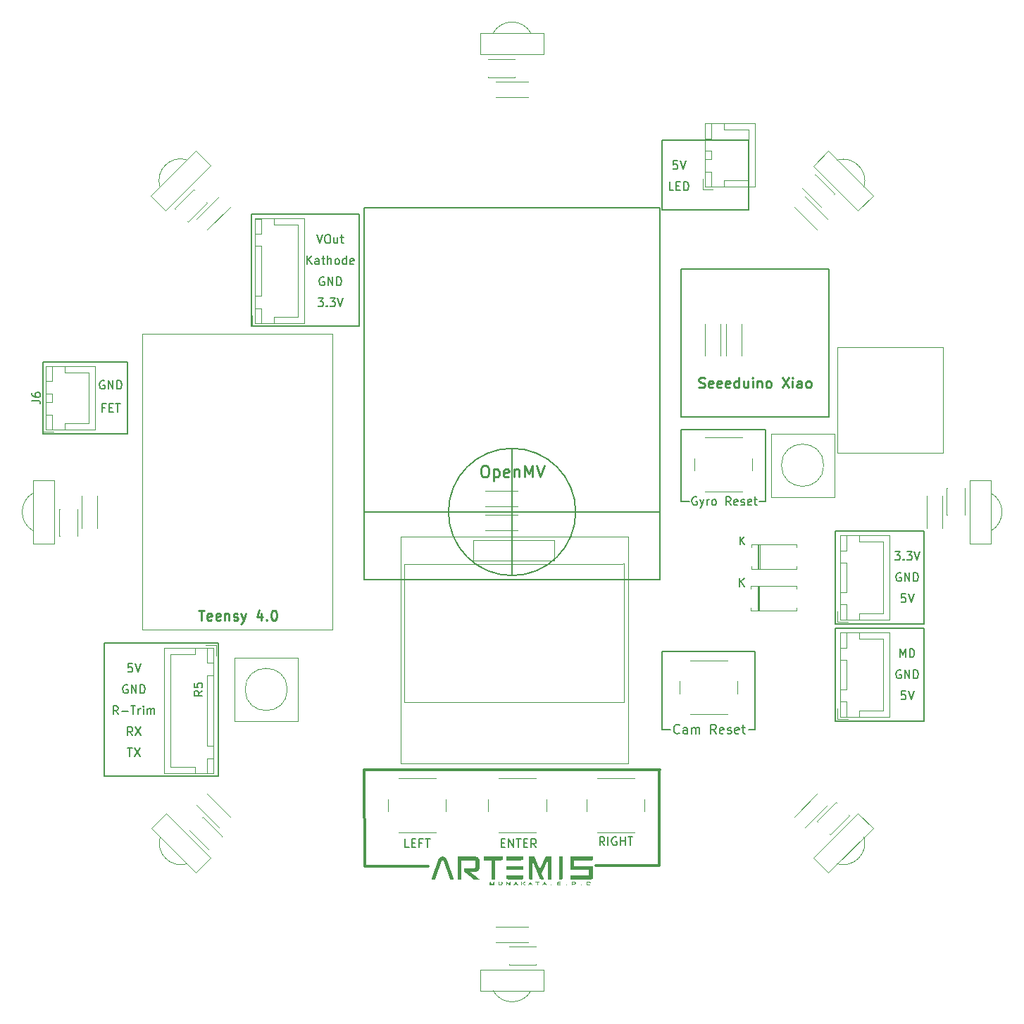
<source format=gbr>
%TF.GenerationSoftware,KiCad,Pcbnew,(6.0.11)*%
%TF.CreationDate,2023-09-02T12:48:20+09:00*%
%TF.ProjectId,main_board,6d61696e-5f62-46f6-9172-642e6b696361,rev?*%
%TF.SameCoordinates,Original*%
%TF.FileFunction,Legend,Top*%
%TF.FilePolarity,Positive*%
%FSLAX46Y46*%
G04 Gerber Fmt 4.6, Leading zero omitted, Abs format (unit mm)*
G04 Created by KiCad (PCBNEW (6.0.11)) date 2023-09-02 12:48:20*
%MOMM*%
%LPD*%
G01*
G04 APERTURE LIST*
%ADD10C,0.150000*%
%ADD11C,0.300000*%
%ADD12C,0.200000*%
%ADD13C,0.250000*%
%ADD14C,0.120000*%
G04 APERTURE END LIST*
D10*
X187986413Y-101600000D02*
G75*
G03*
X187986413Y-101600000I-7646413J0D01*
G01*
X200660000Y-100330000D02*
X200660000Y-91694000D01*
X200660000Y-100330000D02*
X201168000Y-100330000D01*
X209550000Y-118364000D02*
X209550000Y-127762000D01*
D11*
X162610800Y-144170400D02*
X170230800Y-144170400D01*
D10*
X209550000Y-127762000D02*
X208788000Y-127762000D01*
D11*
X190449200Y-144119600D02*
X198069200Y-144119600D01*
D10*
X123952000Y-83566000D02*
X134112000Y-83566000D01*
X134112000Y-83566000D02*
X134112000Y-92202000D01*
X134112000Y-92202000D02*
X123952000Y-92202000D01*
X123952000Y-92202000D02*
X123952000Y-83566000D01*
X219202000Y-115570000D02*
X229870000Y-115570000D01*
X229870000Y-115570000D02*
X229870000Y-126746000D01*
X229870000Y-126746000D02*
X219202000Y-126746000D01*
X219202000Y-126746000D02*
X219202000Y-115570000D01*
X198120000Y-101600000D02*
X162560000Y-101600000D01*
D11*
X198069200Y-144119600D02*
X198069200Y-132588000D01*
X162560000Y-132588000D02*
X162610800Y-144170400D01*
D10*
X208788000Y-65278000D02*
X198374000Y-65278000D01*
X198374000Y-65278000D02*
X198374000Y-56896000D01*
X198374000Y-56896000D02*
X208788000Y-56896000D01*
X208788000Y-56896000D02*
X208788000Y-65278000D01*
X162560000Y-65024000D02*
X198120000Y-65024000D01*
X198120000Y-65024000D02*
X198120000Y-109728000D01*
X198120000Y-109728000D02*
X162560000Y-109728000D01*
X162560000Y-109728000D02*
X162560000Y-65024000D01*
X201168000Y-100330000D02*
X201422000Y-100330000D01*
X180340000Y-93953588D02*
X180340000Y-109246412D01*
X200660000Y-91694000D02*
X210820000Y-91694000D01*
X198374000Y-127762000D02*
X199390000Y-127762000D01*
X219202000Y-103886000D02*
X229870000Y-103886000D01*
X229870000Y-103886000D02*
X229870000Y-115062000D01*
X229870000Y-115062000D02*
X219202000Y-115062000D01*
X219202000Y-115062000D02*
X219202000Y-103886000D01*
X200660000Y-72390000D02*
X218440000Y-72390000D01*
X218440000Y-72390000D02*
X218440000Y-90170000D01*
X218440000Y-90170000D02*
X200660000Y-90170000D01*
X200660000Y-90170000D02*
X200660000Y-72390000D01*
X201422000Y-100330000D02*
X201676000Y-100330000D01*
X172693588Y-101600000D02*
X187986412Y-101600000D01*
X198374000Y-118364000D02*
X198374000Y-127762000D01*
X161925000Y-79248000D02*
X148971000Y-79248000D01*
X148971000Y-79248000D02*
X148971000Y-65786000D01*
X148971000Y-65786000D02*
X161925000Y-65786000D01*
X161925000Y-65786000D02*
X161925000Y-79248000D01*
X145034000Y-133350000D02*
X131318000Y-133350000D01*
X131318000Y-133350000D02*
X131318000Y-117348000D01*
X131318000Y-117348000D02*
X145034000Y-117348000D01*
X145034000Y-117348000D02*
X145034000Y-133350000D01*
X198374000Y-118364000D02*
X209550000Y-118364000D01*
X210820000Y-91694000D02*
X210820000Y-100330000D01*
D11*
X198120000Y-132588000D02*
X162560000Y-132588000D01*
D10*
X210820000Y-100330000D02*
X210058000Y-100330000D01*
X131318095Y-85860000D02*
X131222857Y-85812380D01*
X131080000Y-85812380D01*
X130937142Y-85860000D01*
X130841904Y-85955238D01*
X130794285Y-86050476D01*
X130746666Y-86240952D01*
X130746666Y-86383809D01*
X130794285Y-86574285D01*
X130841904Y-86669523D01*
X130937142Y-86764761D01*
X131080000Y-86812380D01*
X131175238Y-86812380D01*
X131318095Y-86764761D01*
X131365714Y-86717142D01*
X131365714Y-86383809D01*
X131175238Y-86383809D01*
X131794285Y-86812380D02*
X131794285Y-85812380D01*
X132365714Y-86812380D01*
X132365714Y-85812380D01*
X132841904Y-86812380D02*
X132841904Y-85812380D01*
X133080000Y-85812380D01*
X133222857Y-85860000D01*
X133318095Y-85955238D01*
X133365714Y-86050476D01*
X133413333Y-86240952D01*
X133413333Y-86383809D01*
X133365714Y-86574285D01*
X133318095Y-86669523D01*
X133222857Y-86764761D01*
X133080000Y-86812380D01*
X132841904Y-86812380D01*
X132969238Y-125928380D02*
X132635904Y-125452190D01*
X132397809Y-125928380D02*
X132397809Y-124928380D01*
X132778761Y-124928380D01*
X132874000Y-124976000D01*
X132921619Y-125023619D01*
X132969238Y-125118857D01*
X132969238Y-125261714D01*
X132921619Y-125356952D01*
X132874000Y-125404571D01*
X132778761Y-125452190D01*
X132397809Y-125452190D01*
X133397809Y-125547428D02*
X134159714Y-125547428D01*
X134493047Y-124928380D02*
X135064476Y-124928380D01*
X134778761Y-125928380D02*
X134778761Y-124928380D01*
X135397809Y-125928380D02*
X135397809Y-125261714D01*
X135397809Y-125452190D02*
X135445428Y-125356952D01*
X135493047Y-125309333D01*
X135588285Y-125261714D01*
X135683523Y-125261714D01*
X136016857Y-125928380D02*
X136016857Y-125261714D01*
X136016857Y-124928380D02*
X135969238Y-124976000D01*
X136016857Y-125023619D01*
X136064476Y-124976000D01*
X136016857Y-124928380D01*
X136016857Y-125023619D01*
X136493047Y-125928380D02*
X136493047Y-125261714D01*
X136493047Y-125356952D02*
X136540666Y-125309333D01*
X136635904Y-125261714D01*
X136778761Y-125261714D01*
X136874000Y-125309333D01*
X136921619Y-125404571D01*
X136921619Y-125928380D01*
X136921619Y-125404571D02*
X136969238Y-125309333D01*
X137064476Y-125261714D01*
X137207333Y-125261714D01*
X137302571Y-125309333D01*
X137350190Y-125404571D01*
X137350190Y-125928380D01*
X227076095Y-120658000D02*
X226980857Y-120610380D01*
X226838000Y-120610380D01*
X226695142Y-120658000D01*
X226599904Y-120753238D01*
X226552285Y-120848476D01*
X226504666Y-121038952D01*
X226504666Y-121181809D01*
X226552285Y-121372285D01*
X226599904Y-121467523D01*
X226695142Y-121562761D01*
X226838000Y-121610380D01*
X226933238Y-121610380D01*
X227076095Y-121562761D01*
X227123714Y-121515142D01*
X227123714Y-121181809D01*
X226933238Y-121181809D01*
X227552285Y-121610380D02*
X227552285Y-120610380D01*
X228123714Y-121610380D01*
X228123714Y-120610380D01*
X228599904Y-121610380D02*
X228599904Y-120610380D01*
X228838000Y-120610380D01*
X228980857Y-120658000D01*
X229076095Y-120753238D01*
X229123714Y-120848476D01*
X229171333Y-121038952D01*
X229171333Y-121181809D01*
X229123714Y-121372285D01*
X229076095Y-121467523D01*
X228980857Y-121562761D01*
X228838000Y-121610380D01*
X228599904Y-121610380D01*
X131389523Y-89082571D02*
X131056190Y-89082571D01*
X131056190Y-89606380D02*
X131056190Y-88606380D01*
X131532380Y-88606380D01*
X131913333Y-89082571D02*
X132246666Y-89082571D01*
X132389523Y-89606380D02*
X131913333Y-89606380D01*
X131913333Y-88606380D01*
X132389523Y-88606380D01*
X132675238Y-88606380D02*
X133246666Y-88606380D01*
X132960952Y-89606380D02*
X132960952Y-88606380D01*
X227647523Y-123150380D02*
X227171333Y-123150380D01*
X227123714Y-123626571D01*
X227171333Y-123578952D01*
X227266571Y-123531333D01*
X227504666Y-123531333D01*
X227599904Y-123578952D01*
X227647523Y-123626571D01*
X227695142Y-123721809D01*
X227695142Y-123959904D01*
X227647523Y-124055142D01*
X227599904Y-124102761D01*
X227504666Y-124150380D01*
X227266571Y-124150380D01*
X227171333Y-124102761D01*
X227123714Y-124055142D01*
X227980857Y-123150380D02*
X228314190Y-124150380D01*
X228647523Y-123150380D01*
X202532076Y-99830000D02*
X202436838Y-99782380D01*
X202293980Y-99782380D01*
X202151123Y-99830000D01*
X202055885Y-99925238D01*
X202008266Y-100020476D01*
X201960647Y-100210952D01*
X201960647Y-100353809D01*
X202008266Y-100544285D01*
X202055885Y-100639523D01*
X202151123Y-100734761D01*
X202293980Y-100782380D01*
X202389219Y-100782380D01*
X202532076Y-100734761D01*
X202579695Y-100687142D01*
X202579695Y-100353809D01*
X202389219Y-100353809D01*
X202913028Y-100115714D02*
X203151123Y-100782380D01*
X203389219Y-100115714D02*
X203151123Y-100782380D01*
X203055885Y-101020476D01*
X203008266Y-101068095D01*
X202913028Y-101115714D01*
X203770171Y-100782380D02*
X203770171Y-100115714D01*
X203770171Y-100306190D02*
X203817790Y-100210952D01*
X203865409Y-100163333D01*
X203960647Y-100115714D01*
X204055885Y-100115714D01*
X204532076Y-100782380D02*
X204436838Y-100734761D01*
X204389219Y-100687142D01*
X204341600Y-100591904D01*
X204341600Y-100306190D01*
X204389219Y-100210952D01*
X204436838Y-100163333D01*
X204532076Y-100115714D01*
X204674933Y-100115714D01*
X204770171Y-100163333D01*
X204817790Y-100210952D01*
X204865409Y-100306190D01*
X204865409Y-100591904D01*
X204817790Y-100687142D01*
X204770171Y-100734761D01*
X204674933Y-100782380D01*
X204532076Y-100782380D01*
X206627314Y-100782380D02*
X206293980Y-100306190D01*
X206055885Y-100782380D02*
X206055885Y-99782380D01*
X206436838Y-99782380D01*
X206532076Y-99830000D01*
X206579695Y-99877619D01*
X206627314Y-99972857D01*
X206627314Y-100115714D01*
X206579695Y-100210952D01*
X206532076Y-100258571D01*
X206436838Y-100306190D01*
X206055885Y-100306190D01*
X207436838Y-100734761D02*
X207341600Y-100782380D01*
X207151123Y-100782380D01*
X207055885Y-100734761D01*
X207008266Y-100639523D01*
X207008266Y-100258571D01*
X207055885Y-100163333D01*
X207151123Y-100115714D01*
X207341600Y-100115714D01*
X207436838Y-100163333D01*
X207484457Y-100258571D01*
X207484457Y-100353809D01*
X207008266Y-100449047D01*
X207865409Y-100734761D02*
X207960647Y-100782380D01*
X208151123Y-100782380D01*
X208246361Y-100734761D01*
X208293980Y-100639523D01*
X208293980Y-100591904D01*
X208246361Y-100496666D01*
X208151123Y-100449047D01*
X208008266Y-100449047D01*
X207913028Y-100401428D01*
X207865409Y-100306190D01*
X207865409Y-100258571D01*
X207913028Y-100163333D01*
X208008266Y-100115714D01*
X208151123Y-100115714D01*
X208246361Y-100163333D01*
X209103504Y-100734761D02*
X209008266Y-100782380D01*
X208817790Y-100782380D01*
X208722552Y-100734761D01*
X208674933Y-100639523D01*
X208674933Y-100258571D01*
X208722552Y-100163333D01*
X208817790Y-100115714D01*
X209008266Y-100115714D01*
X209103504Y-100163333D01*
X209151123Y-100258571D01*
X209151123Y-100353809D01*
X208674933Y-100449047D01*
X209436838Y-100115714D02*
X209817790Y-100115714D01*
X209579695Y-99782380D02*
X209579695Y-100639523D01*
X209627314Y-100734761D01*
X209722552Y-100782380D01*
X209817790Y-100782380D01*
X227647523Y-111466380D02*
X227171333Y-111466380D01*
X227123714Y-111942571D01*
X227171333Y-111894952D01*
X227266571Y-111847333D01*
X227504666Y-111847333D01*
X227599904Y-111894952D01*
X227647523Y-111942571D01*
X227695142Y-112037809D01*
X227695142Y-112275904D01*
X227647523Y-112371142D01*
X227599904Y-112418761D01*
X227504666Y-112466380D01*
X227266571Y-112466380D01*
X227171333Y-112418761D01*
X227123714Y-112371142D01*
X227980857Y-111466380D02*
X228314190Y-112466380D01*
X228647523Y-111466380D01*
X199763142Y-62936380D02*
X199286952Y-62936380D01*
X199286952Y-61936380D01*
X200096476Y-62412571D02*
X200429809Y-62412571D01*
X200572666Y-62936380D02*
X200096476Y-62936380D01*
X200096476Y-61936380D01*
X200572666Y-61936380D01*
X201001238Y-62936380D02*
X201001238Y-61936380D01*
X201239333Y-61936380D01*
X201382190Y-61984000D01*
X201477428Y-62079238D01*
X201525047Y-62174476D01*
X201572666Y-62364952D01*
X201572666Y-62507809D01*
X201525047Y-62698285D01*
X201477428Y-62793523D01*
X201382190Y-62888761D01*
X201239333Y-62936380D01*
X201001238Y-62936380D01*
X156900761Y-68286380D02*
X157234095Y-69286380D01*
X157567428Y-68286380D01*
X158091238Y-68286380D02*
X158281714Y-68286380D01*
X158376952Y-68334000D01*
X158472190Y-68429238D01*
X158519809Y-68619714D01*
X158519809Y-68953047D01*
X158472190Y-69143523D01*
X158376952Y-69238761D01*
X158281714Y-69286380D01*
X158091238Y-69286380D01*
X157996000Y-69238761D01*
X157900761Y-69143523D01*
X157853142Y-68953047D01*
X157853142Y-68619714D01*
X157900761Y-68429238D01*
X157996000Y-68334000D01*
X158091238Y-68286380D01*
X159376952Y-68619714D02*
X159376952Y-69286380D01*
X158948380Y-68619714D02*
X158948380Y-69143523D01*
X158996000Y-69238761D01*
X159091238Y-69286380D01*
X159234095Y-69286380D01*
X159329333Y-69238761D01*
X159376952Y-69191142D01*
X159710285Y-68619714D02*
X160091238Y-68619714D01*
X159853142Y-68286380D02*
X159853142Y-69143523D01*
X159900761Y-69238761D01*
X159996000Y-69286380D01*
X160091238Y-69286380D01*
X134707333Y-128468380D02*
X134374000Y-127992190D01*
X134135904Y-128468380D02*
X134135904Y-127468380D01*
X134516857Y-127468380D01*
X134612095Y-127516000D01*
X134659714Y-127563619D01*
X134707333Y-127658857D01*
X134707333Y-127801714D01*
X134659714Y-127896952D01*
X134612095Y-127944571D01*
X134516857Y-127992190D01*
X134135904Y-127992190D01*
X135040666Y-127468380D02*
X135707333Y-128468380D01*
X135707333Y-127468380D02*
X135040666Y-128468380D01*
X179030571Y-141406571D02*
X179363904Y-141406571D01*
X179506761Y-141930380D02*
X179030571Y-141930380D01*
X179030571Y-140930380D01*
X179506761Y-140930380D01*
X179935333Y-141930380D02*
X179935333Y-140930380D01*
X180506761Y-141930380D01*
X180506761Y-140930380D01*
X180840095Y-140930380D02*
X181411523Y-140930380D01*
X181125809Y-141930380D02*
X181125809Y-140930380D01*
X181744857Y-141406571D02*
X182078190Y-141406571D01*
X182221047Y-141930380D02*
X181744857Y-141930380D01*
X181744857Y-140930380D01*
X182221047Y-140930380D01*
X183221047Y-141930380D02*
X182887714Y-141454190D01*
X182649619Y-141930380D02*
X182649619Y-140930380D01*
X183030571Y-140930380D01*
X183125809Y-140978000D01*
X183173428Y-141025619D01*
X183221047Y-141120857D01*
X183221047Y-141263714D01*
X183173428Y-141358952D01*
X183125809Y-141406571D01*
X183030571Y-141454190D01*
X182649619Y-141454190D01*
X134112095Y-130008380D02*
X134683523Y-130008380D01*
X134397809Y-131008380D02*
X134397809Y-130008380D01*
X134921619Y-130008380D02*
X135588285Y-131008380D01*
X135588285Y-130008380D02*
X134921619Y-131008380D01*
D12*
X200476295Y-128154857D02*
X200423914Y-128207238D01*
X200266771Y-128259619D01*
X200162009Y-128259619D01*
X200004866Y-128207238D01*
X199900104Y-128102476D01*
X199847723Y-127997714D01*
X199795342Y-127788190D01*
X199795342Y-127631047D01*
X199847723Y-127421523D01*
X199900104Y-127316761D01*
X200004866Y-127212000D01*
X200162009Y-127159619D01*
X200266771Y-127159619D01*
X200423914Y-127212000D01*
X200476295Y-127264380D01*
X201419152Y-128259619D02*
X201419152Y-127683428D01*
X201366771Y-127578666D01*
X201262009Y-127526285D01*
X201052485Y-127526285D01*
X200947723Y-127578666D01*
X201419152Y-128207238D02*
X201314390Y-128259619D01*
X201052485Y-128259619D01*
X200947723Y-128207238D01*
X200895342Y-128102476D01*
X200895342Y-127997714D01*
X200947723Y-127892952D01*
X201052485Y-127840571D01*
X201314390Y-127840571D01*
X201419152Y-127788190D01*
X201942961Y-128259619D02*
X201942961Y-127526285D01*
X201942961Y-127631047D02*
X201995342Y-127578666D01*
X202100104Y-127526285D01*
X202257247Y-127526285D01*
X202362009Y-127578666D01*
X202414390Y-127683428D01*
X202414390Y-128259619D01*
X202414390Y-127683428D02*
X202466771Y-127578666D01*
X202571533Y-127526285D01*
X202728676Y-127526285D01*
X202833438Y-127578666D01*
X202885819Y-127683428D01*
X202885819Y-128259619D01*
X204876295Y-128259619D02*
X204509628Y-127735809D01*
X204247723Y-128259619D02*
X204247723Y-127159619D01*
X204666771Y-127159619D01*
X204771533Y-127212000D01*
X204823914Y-127264380D01*
X204876295Y-127369142D01*
X204876295Y-127526285D01*
X204823914Y-127631047D01*
X204771533Y-127683428D01*
X204666771Y-127735809D01*
X204247723Y-127735809D01*
X205766771Y-128207238D02*
X205662009Y-128259619D01*
X205452485Y-128259619D01*
X205347723Y-128207238D01*
X205295342Y-128102476D01*
X205295342Y-127683428D01*
X205347723Y-127578666D01*
X205452485Y-127526285D01*
X205662009Y-127526285D01*
X205766771Y-127578666D01*
X205819152Y-127683428D01*
X205819152Y-127788190D01*
X205295342Y-127892952D01*
X206238200Y-128207238D02*
X206342961Y-128259619D01*
X206552485Y-128259619D01*
X206657247Y-128207238D01*
X206709628Y-128102476D01*
X206709628Y-128050095D01*
X206657247Y-127945333D01*
X206552485Y-127892952D01*
X206395342Y-127892952D01*
X206290580Y-127840571D01*
X206238200Y-127735809D01*
X206238200Y-127683428D01*
X206290580Y-127578666D01*
X206395342Y-127526285D01*
X206552485Y-127526285D01*
X206657247Y-127578666D01*
X207600104Y-128207238D02*
X207495342Y-128259619D01*
X207285819Y-128259619D01*
X207181057Y-128207238D01*
X207128676Y-128102476D01*
X207128676Y-127683428D01*
X207181057Y-127578666D01*
X207285819Y-127526285D01*
X207495342Y-127526285D01*
X207600104Y-127578666D01*
X207652485Y-127683428D01*
X207652485Y-127788190D01*
X207128676Y-127892952D01*
X207966771Y-127526285D02*
X208385819Y-127526285D01*
X208123914Y-127159619D02*
X208123914Y-128102476D01*
X208176295Y-128207238D01*
X208281057Y-128259619D01*
X208385819Y-128259619D01*
D10*
X134683523Y-119848380D02*
X134207333Y-119848380D01*
X134159714Y-120324571D01*
X134207333Y-120276952D01*
X134302571Y-120229333D01*
X134540666Y-120229333D01*
X134635904Y-120276952D01*
X134683523Y-120324571D01*
X134731142Y-120419809D01*
X134731142Y-120657904D01*
X134683523Y-120753142D01*
X134635904Y-120800761D01*
X134540666Y-120848380D01*
X134302571Y-120848380D01*
X134207333Y-120800761D01*
X134159714Y-120753142D01*
X135016857Y-119848380D02*
X135350190Y-120848380D01*
X135683523Y-119848380D01*
X157734095Y-73414000D02*
X157638857Y-73366380D01*
X157496000Y-73366380D01*
X157353142Y-73414000D01*
X157257904Y-73509238D01*
X157210285Y-73604476D01*
X157162666Y-73794952D01*
X157162666Y-73937809D01*
X157210285Y-74128285D01*
X157257904Y-74223523D01*
X157353142Y-74318761D01*
X157496000Y-74366380D01*
X157591238Y-74366380D01*
X157734095Y-74318761D01*
X157781714Y-74271142D01*
X157781714Y-73937809D01*
X157591238Y-73937809D01*
X158210285Y-74366380D02*
X158210285Y-73366380D01*
X158781714Y-74366380D01*
X158781714Y-73366380D01*
X159257904Y-74366380D02*
X159257904Y-73366380D01*
X159496000Y-73366380D01*
X159638857Y-73414000D01*
X159734095Y-73509238D01*
X159781714Y-73604476D01*
X159829333Y-73794952D01*
X159829333Y-73937809D01*
X159781714Y-74128285D01*
X159734095Y-74223523D01*
X159638857Y-74318761D01*
X159496000Y-74366380D01*
X159257904Y-74366380D01*
X167957619Y-141930380D02*
X167481428Y-141930380D01*
X167481428Y-140930380D01*
X168290952Y-141406571D02*
X168624285Y-141406571D01*
X168767142Y-141930380D02*
X168290952Y-141930380D01*
X168290952Y-140930380D01*
X168767142Y-140930380D01*
X169529047Y-141406571D02*
X169195714Y-141406571D01*
X169195714Y-141930380D02*
X169195714Y-140930380D01*
X169671904Y-140930380D01*
X169910000Y-140930380D02*
X170481428Y-140930380D01*
X170195714Y-141930380D02*
X170195714Y-140930380D01*
X191452666Y-141676380D02*
X191119333Y-141200190D01*
X190881238Y-141676380D02*
X190881238Y-140676380D01*
X191262190Y-140676380D01*
X191357428Y-140724000D01*
X191405047Y-140771619D01*
X191452666Y-140866857D01*
X191452666Y-141009714D01*
X191405047Y-141104952D01*
X191357428Y-141152571D01*
X191262190Y-141200190D01*
X190881238Y-141200190D01*
X191881238Y-141676380D02*
X191881238Y-140676380D01*
X192881238Y-140724000D02*
X192786000Y-140676380D01*
X192643142Y-140676380D01*
X192500285Y-140724000D01*
X192405047Y-140819238D01*
X192357428Y-140914476D01*
X192309809Y-141104952D01*
X192309809Y-141247809D01*
X192357428Y-141438285D01*
X192405047Y-141533523D01*
X192500285Y-141628761D01*
X192643142Y-141676380D01*
X192738380Y-141676380D01*
X192881238Y-141628761D01*
X192928857Y-141581142D01*
X192928857Y-141247809D01*
X192738380Y-141247809D01*
X193357428Y-141676380D02*
X193357428Y-140676380D01*
X193357428Y-141152571D02*
X193928857Y-141152571D01*
X193928857Y-141676380D02*
X193928857Y-140676380D01*
X194262190Y-140676380D02*
X194833619Y-140676380D01*
X194547904Y-141676380D02*
X194547904Y-140676380D01*
X200215523Y-59396380D02*
X199739333Y-59396380D01*
X199691714Y-59872571D01*
X199739333Y-59824952D01*
X199834571Y-59777333D01*
X200072666Y-59777333D01*
X200167904Y-59824952D01*
X200215523Y-59872571D01*
X200263142Y-59967809D01*
X200263142Y-60205904D01*
X200215523Y-60301142D01*
X200167904Y-60348761D01*
X200072666Y-60396380D01*
X199834571Y-60396380D01*
X199739333Y-60348761D01*
X199691714Y-60301142D01*
X200548857Y-59396380D02*
X200882190Y-60396380D01*
X201215523Y-59396380D01*
X155710285Y-71826380D02*
X155710285Y-70826380D01*
X156281714Y-71826380D02*
X155853142Y-71254952D01*
X156281714Y-70826380D02*
X155710285Y-71397809D01*
X157138857Y-71826380D02*
X157138857Y-71302571D01*
X157091238Y-71207333D01*
X156996000Y-71159714D01*
X156805523Y-71159714D01*
X156710285Y-71207333D01*
X157138857Y-71778761D02*
X157043619Y-71826380D01*
X156805523Y-71826380D01*
X156710285Y-71778761D01*
X156662666Y-71683523D01*
X156662666Y-71588285D01*
X156710285Y-71493047D01*
X156805523Y-71445428D01*
X157043619Y-71445428D01*
X157138857Y-71397809D01*
X157472190Y-71159714D02*
X157853142Y-71159714D01*
X157615047Y-70826380D02*
X157615047Y-71683523D01*
X157662666Y-71778761D01*
X157757904Y-71826380D01*
X157853142Y-71826380D01*
X158186476Y-71826380D02*
X158186476Y-70826380D01*
X158615047Y-71826380D02*
X158615047Y-71302571D01*
X158567428Y-71207333D01*
X158472190Y-71159714D01*
X158329333Y-71159714D01*
X158234095Y-71207333D01*
X158186476Y-71254952D01*
X159234095Y-71826380D02*
X159138857Y-71778761D01*
X159091238Y-71731142D01*
X159043619Y-71635904D01*
X159043619Y-71350190D01*
X159091238Y-71254952D01*
X159138857Y-71207333D01*
X159234095Y-71159714D01*
X159376952Y-71159714D01*
X159472190Y-71207333D01*
X159519809Y-71254952D01*
X159567428Y-71350190D01*
X159567428Y-71635904D01*
X159519809Y-71731142D01*
X159472190Y-71778761D01*
X159376952Y-71826380D01*
X159234095Y-71826380D01*
X160424571Y-71826380D02*
X160424571Y-70826380D01*
X160424571Y-71778761D02*
X160329333Y-71826380D01*
X160138857Y-71826380D01*
X160043619Y-71778761D01*
X159996000Y-71731142D01*
X159948380Y-71635904D01*
X159948380Y-71350190D01*
X159996000Y-71254952D01*
X160043619Y-71207333D01*
X160138857Y-71159714D01*
X160329333Y-71159714D01*
X160424571Y-71207333D01*
X161281714Y-71778761D02*
X161186476Y-71826380D01*
X160996000Y-71826380D01*
X160900761Y-71778761D01*
X160853142Y-71683523D01*
X160853142Y-71302571D01*
X160900761Y-71207333D01*
X160996000Y-71159714D01*
X161186476Y-71159714D01*
X161281714Y-71207333D01*
X161329333Y-71302571D01*
X161329333Y-71397809D01*
X160853142Y-71493047D01*
X227076095Y-108974000D02*
X226980857Y-108926380D01*
X226838000Y-108926380D01*
X226695142Y-108974000D01*
X226599904Y-109069238D01*
X226552285Y-109164476D01*
X226504666Y-109354952D01*
X226504666Y-109497809D01*
X226552285Y-109688285D01*
X226599904Y-109783523D01*
X226695142Y-109878761D01*
X226838000Y-109926380D01*
X226933238Y-109926380D01*
X227076095Y-109878761D01*
X227123714Y-109831142D01*
X227123714Y-109497809D01*
X226933238Y-109497809D01*
X227552285Y-109926380D02*
X227552285Y-108926380D01*
X228123714Y-109926380D01*
X228123714Y-108926380D01*
X228599904Y-109926380D02*
X228599904Y-108926380D01*
X228838000Y-108926380D01*
X228980857Y-108974000D01*
X229076095Y-109069238D01*
X229123714Y-109164476D01*
X229171333Y-109354952D01*
X229171333Y-109497809D01*
X229123714Y-109688285D01*
X229076095Y-109783523D01*
X228980857Y-109878761D01*
X228838000Y-109926380D01*
X228599904Y-109926380D01*
X157019809Y-75906380D02*
X157638857Y-75906380D01*
X157305523Y-76287333D01*
X157448380Y-76287333D01*
X157543619Y-76334952D01*
X157591238Y-76382571D01*
X157638857Y-76477809D01*
X157638857Y-76715904D01*
X157591238Y-76811142D01*
X157543619Y-76858761D01*
X157448380Y-76906380D01*
X157162666Y-76906380D01*
X157067428Y-76858761D01*
X157019809Y-76811142D01*
X158067428Y-76811142D02*
X158115047Y-76858761D01*
X158067428Y-76906380D01*
X158019809Y-76858761D01*
X158067428Y-76811142D01*
X158067428Y-76906380D01*
X158448380Y-75906380D02*
X159067428Y-75906380D01*
X158734095Y-76287333D01*
X158876952Y-76287333D01*
X158972190Y-76334952D01*
X159019809Y-76382571D01*
X159067428Y-76477809D01*
X159067428Y-76715904D01*
X159019809Y-76811142D01*
X158972190Y-76858761D01*
X158876952Y-76906380D01*
X158591238Y-76906380D01*
X158496000Y-76858761D01*
X158448380Y-76811142D01*
X159353142Y-75906380D02*
X159686476Y-76906380D01*
X160019809Y-75906380D01*
D13*
X202807142Y-86591714D02*
X202978571Y-86648857D01*
X203264285Y-86648857D01*
X203378571Y-86591714D01*
X203435714Y-86534571D01*
X203492857Y-86420285D01*
X203492857Y-86306000D01*
X203435714Y-86191714D01*
X203378571Y-86134571D01*
X203264285Y-86077428D01*
X203035714Y-86020285D01*
X202921428Y-85963142D01*
X202864285Y-85906000D01*
X202807142Y-85791714D01*
X202807142Y-85677428D01*
X202864285Y-85563142D01*
X202921428Y-85506000D01*
X203035714Y-85448857D01*
X203321428Y-85448857D01*
X203492857Y-85506000D01*
X204464285Y-86591714D02*
X204350000Y-86648857D01*
X204121428Y-86648857D01*
X204007142Y-86591714D01*
X203950000Y-86477428D01*
X203950000Y-86020285D01*
X204007142Y-85906000D01*
X204121428Y-85848857D01*
X204350000Y-85848857D01*
X204464285Y-85906000D01*
X204521428Y-86020285D01*
X204521428Y-86134571D01*
X203950000Y-86248857D01*
X205492857Y-86591714D02*
X205378571Y-86648857D01*
X205150000Y-86648857D01*
X205035714Y-86591714D01*
X204978571Y-86477428D01*
X204978571Y-86020285D01*
X205035714Y-85906000D01*
X205150000Y-85848857D01*
X205378571Y-85848857D01*
X205492857Y-85906000D01*
X205550000Y-86020285D01*
X205550000Y-86134571D01*
X204978571Y-86248857D01*
X206521428Y-86591714D02*
X206407142Y-86648857D01*
X206178571Y-86648857D01*
X206064285Y-86591714D01*
X206007142Y-86477428D01*
X206007142Y-86020285D01*
X206064285Y-85906000D01*
X206178571Y-85848857D01*
X206407142Y-85848857D01*
X206521428Y-85906000D01*
X206578571Y-86020285D01*
X206578571Y-86134571D01*
X206007142Y-86248857D01*
X207607142Y-86648857D02*
X207607142Y-85448857D01*
X207607142Y-86591714D02*
X207492857Y-86648857D01*
X207264285Y-86648857D01*
X207150000Y-86591714D01*
X207092857Y-86534571D01*
X207035714Y-86420285D01*
X207035714Y-86077428D01*
X207092857Y-85963142D01*
X207150000Y-85906000D01*
X207264285Y-85848857D01*
X207492857Y-85848857D01*
X207607142Y-85906000D01*
X208692857Y-85848857D02*
X208692857Y-86648857D01*
X208178571Y-85848857D02*
X208178571Y-86477428D01*
X208235714Y-86591714D01*
X208350000Y-86648857D01*
X208521428Y-86648857D01*
X208635714Y-86591714D01*
X208692857Y-86534571D01*
X209264285Y-86648857D02*
X209264285Y-85848857D01*
X209264285Y-85448857D02*
X209207142Y-85506000D01*
X209264285Y-85563142D01*
X209321428Y-85506000D01*
X209264285Y-85448857D01*
X209264285Y-85563142D01*
X209835714Y-85848857D02*
X209835714Y-86648857D01*
X209835714Y-85963142D02*
X209892857Y-85906000D01*
X210007142Y-85848857D01*
X210178571Y-85848857D01*
X210292857Y-85906000D01*
X210350000Y-86020285D01*
X210350000Y-86648857D01*
X211092857Y-86648857D02*
X210978571Y-86591714D01*
X210921428Y-86534571D01*
X210864285Y-86420285D01*
X210864285Y-86077428D01*
X210921428Y-85963142D01*
X210978571Y-85906000D01*
X211092857Y-85848857D01*
X211264285Y-85848857D01*
X211378571Y-85906000D01*
X211435714Y-85963142D01*
X211492857Y-86077428D01*
X211492857Y-86420285D01*
X211435714Y-86534571D01*
X211378571Y-86591714D01*
X211264285Y-86648857D01*
X211092857Y-86648857D01*
X212807142Y-85448857D02*
X213607142Y-86648857D01*
X213607142Y-85448857D02*
X212807142Y-86648857D01*
X214064285Y-86648857D02*
X214064285Y-85848857D01*
X214064285Y-85448857D02*
X214007142Y-85506000D01*
X214064285Y-85563142D01*
X214121428Y-85506000D01*
X214064285Y-85448857D01*
X214064285Y-85563142D01*
X215150000Y-86648857D02*
X215150000Y-86020285D01*
X215092857Y-85906000D01*
X214978571Y-85848857D01*
X214750000Y-85848857D01*
X214635714Y-85906000D01*
X215150000Y-86591714D02*
X215035714Y-86648857D01*
X214750000Y-86648857D01*
X214635714Y-86591714D01*
X214578571Y-86477428D01*
X214578571Y-86363142D01*
X214635714Y-86248857D01*
X214750000Y-86191714D01*
X215035714Y-86191714D01*
X215150000Y-86134571D01*
X215892857Y-86648857D02*
X215778571Y-86591714D01*
X215721428Y-86534571D01*
X215664285Y-86420285D01*
X215664285Y-86077428D01*
X215721428Y-85963142D01*
X215778571Y-85906000D01*
X215892857Y-85848857D01*
X216064285Y-85848857D01*
X216178571Y-85906000D01*
X216235714Y-85963142D01*
X216292857Y-86077428D01*
X216292857Y-86420285D01*
X216235714Y-86534571D01*
X216178571Y-86591714D01*
X216064285Y-86648857D01*
X215892857Y-86648857D01*
D10*
X227004666Y-119070380D02*
X227004666Y-118070380D01*
X227338000Y-118784666D01*
X227671333Y-118070380D01*
X227671333Y-119070380D01*
X228147523Y-119070380D02*
X228147523Y-118070380D01*
X228385619Y-118070380D01*
X228528476Y-118118000D01*
X228623714Y-118213238D01*
X228671333Y-118308476D01*
X228718952Y-118498952D01*
X228718952Y-118641809D01*
X228671333Y-118832285D01*
X228623714Y-118927523D01*
X228528476Y-119022761D01*
X228385619Y-119070380D01*
X228147523Y-119070380D01*
D13*
X176940000Y-96007333D02*
X177206666Y-96007333D01*
X177340000Y-96074000D01*
X177473333Y-96207333D01*
X177540000Y-96474000D01*
X177540000Y-96940666D01*
X177473333Y-97207333D01*
X177340000Y-97340666D01*
X177206666Y-97407333D01*
X176940000Y-97407333D01*
X176806666Y-97340666D01*
X176673333Y-97207333D01*
X176606666Y-96940666D01*
X176606666Y-96474000D01*
X176673333Y-96207333D01*
X176806666Y-96074000D01*
X176940000Y-96007333D01*
X178140000Y-96474000D02*
X178140000Y-97874000D01*
X178140000Y-96540666D02*
X178273333Y-96474000D01*
X178540000Y-96474000D01*
X178673333Y-96540666D01*
X178740000Y-96607333D01*
X178806666Y-96740666D01*
X178806666Y-97140666D01*
X178740000Y-97274000D01*
X178673333Y-97340666D01*
X178540000Y-97407333D01*
X178273333Y-97407333D01*
X178140000Y-97340666D01*
X179940000Y-97340666D02*
X179806666Y-97407333D01*
X179540000Y-97407333D01*
X179406666Y-97340666D01*
X179340000Y-97207333D01*
X179340000Y-96674000D01*
X179406666Y-96540666D01*
X179540000Y-96474000D01*
X179806666Y-96474000D01*
X179940000Y-96540666D01*
X180006666Y-96674000D01*
X180006666Y-96807333D01*
X179340000Y-96940666D01*
X180606666Y-96474000D02*
X180606666Y-97407333D01*
X180606666Y-96607333D02*
X180673333Y-96540666D01*
X180806666Y-96474000D01*
X181006666Y-96474000D01*
X181140000Y-96540666D01*
X181206666Y-96674000D01*
X181206666Y-97407333D01*
X181873333Y-97407333D02*
X181873333Y-96007333D01*
X182340000Y-97007333D01*
X182806666Y-96007333D01*
X182806666Y-97407333D01*
X183273333Y-96007333D02*
X183740000Y-97407333D01*
X184206666Y-96007333D01*
X142678742Y-113439657D02*
X143364457Y-113439657D01*
X143021600Y-114639657D02*
X143021600Y-113439657D01*
X144221600Y-114582514D02*
X144107314Y-114639657D01*
X143878742Y-114639657D01*
X143764457Y-114582514D01*
X143707314Y-114468228D01*
X143707314Y-114011085D01*
X143764457Y-113896800D01*
X143878742Y-113839657D01*
X144107314Y-113839657D01*
X144221600Y-113896800D01*
X144278742Y-114011085D01*
X144278742Y-114125371D01*
X143707314Y-114239657D01*
X145250171Y-114582514D02*
X145135885Y-114639657D01*
X144907314Y-114639657D01*
X144793028Y-114582514D01*
X144735885Y-114468228D01*
X144735885Y-114011085D01*
X144793028Y-113896800D01*
X144907314Y-113839657D01*
X145135885Y-113839657D01*
X145250171Y-113896800D01*
X145307314Y-114011085D01*
X145307314Y-114125371D01*
X144735885Y-114239657D01*
X145821600Y-113839657D02*
X145821600Y-114639657D01*
X145821600Y-113953942D02*
X145878742Y-113896800D01*
X145993028Y-113839657D01*
X146164457Y-113839657D01*
X146278742Y-113896800D01*
X146335885Y-114011085D01*
X146335885Y-114639657D01*
X146850171Y-114582514D02*
X146964457Y-114639657D01*
X147193028Y-114639657D01*
X147307314Y-114582514D01*
X147364457Y-114468228D01*
X147364457Y-114411085D01*
X147307314Y-114296800D01*
X147193028Y-114239657D01*
X147021600Y-114239657D01*
X146907314Y-114182514D01*
X146850171Y-114068228D01*
X146850171Y-114011085D01*
X146907314Y-113896800D01*
X147021600Y-113839657D01*
X147193028Y-113839657D01*
X147307314Y-113896800D01*
X147764457Y-113839657D02*
X148050171Y-114639657D01*
X148335885Y-113839657D02*
X148050171Y-114639657D01*
X147935885Y-114925371D01*
X147878742Y-114982514D01*
X147764457Y-115039657D01*
X150221600Y-113839657D02*
X150221600Y-114639657D01*
X149935885Y-113382514D02*
X149650171Y-114239657D01*
X150393028Y-114239657D01*
X150850171Y-114525371D02*
X150907314Y-114582514D01*
X150850171Y-114639657D01*
X150793028Y-114582514D01*
X150850171Y-114525371D01*
X150850171Y-114639657D01*
X151650171Y-113439657D02*
X151764457Y-113439657D01*
X151878742Y-113496800D01*
X151935885Y-113553942D01*
X151993028Y-113668228D01*
X152050171Y-113896800D01*
X152050171Y-114182514D01*
X151993028Y-114411085D01*
X151935885Y-114525371D01*
X151878742Y-114582514D01*
X151764457Y-114639657D01*
X151650171Y-114639657D01*
X151535885Y-114582514D01*
X151478742Y-114525371D01*
X151421600Y-114411085D01*
X151364457Y-114182514D01*
X151364457Y-113896800D01*
X151421600Y-113668228D01*
X151478742Y-113553942D01*
X151535885Y-113496800D01*
X151650171Y-113439657D01*
D10*
X134112095Y-122436000D02*
X134016857Y-122388380D01*
X133874000Y-122388380D01*
X133731142Y-122436000D01*
X133635904Y-122531238D01*
X133588285Y-122626476D01*
X133540666Y-122816952D01*
X133540666Y-122959809D01*
X133588285Y-123150285D01*
X133635904Y-123245523D01*
X133731142Y-123340761D01*
X133874000Y-123388380D01*
X133969238Y-123388380D01*
X134112095Y-123340761D01*
X134159714Y-123293142D01*
X134159714Y-122959809D01*
X133969238Y-122959809D01*
X134588285Y-123388380D02*
X134588285Y-122388380D01*
X135159714Y-123388380D01*
X135159714Y-122388380D01*
X135635904Y-123388380D02*
X135635904Y-122388380D01*
X135874000Y-122388380D01*
X136016857Y-122436000D01*
X136112095Y-122531238D01*
X136159714Y-122626476D01*
X136207333Y-122816952D01*
X136207333Y-122959809D01*
X136159714Y-123150285D01*
X136112095Y-123245523D01*
X136016857Y-123340761D01*
X135874000Y-123388380D01*
X135635904Y-123388380D01*
X226361809Y-106386380D02*
X226980857Y-106386380D01*
X226647523Y-106767333D01*
X226790380Y-106767333D01*
X226885619Y-106814952D01*
X226933238Y-106862571D01*
X226980857Y-106957809D01*
X226980857Y-107195904D01*
X226933238Y-107291142D01*
X226885619Y-107338761D01*
X226790380Y-107386380D01*
X226504666Y-107386380D01*
X226409428Y-107338761D01*
X226361809Y-107291142D01*
X227409428Y-107291142D02*
X227457047Y-107338761D01*
X227409428Y-107386380D01*
X227361809Y-107338761D01*
X227409428Y-107291142D01*
X227409428Y-107386380D01*
X227790380Y-106386380D02*
X228409428Y-106386380D01*
X228076095Y-106767333D01*
X228218952Y-106767333D01*
X228314190Y-106814952D01*
X228361809Y-106862571D01*
X228409428Y-106957809D01*
X228409428Y-107195904D01*
X228361809Y-107291142D01*
X228314190Y-107338761D01*
X228218952Y-107386380D01*
X227933238Y-107386380D01*
X227838000Y-107338761D01*
X227790380Y-107291142D01*
X228695142Y-106386380D02*
X229028476Y-107386380D01*
X229361809Y-106386380D01*
%TO.C,J6*%
X122631380Y-88217333D02*
X123345666Y-88217333D01*
X123488523Y-88264952D01*
X123583761Y-88360190D01*
X123631380Y-88503047D01*
X123631380Y-88598285D01*
X122631380Y-87312571D02*
X122631380Y-87503047D01*
X122679000Y-87598285D01*
X122726619Y-87645904D01*
X122869476Y-87741142D01*
X123059952Y-87788761D01*
X123440904Y-87788761D01*
X123536142Y-87741142D01*
X123583761Y-87693523D01*
X123631380Y-87598285D01*
X123631380Y-87407809D01*
X123583761Y-87312571D01*
X123536142Y-87264952D01*
X123440904Y-87217333D01*
X123202809Y-87217333D01*
X123107571Y-87264952D01*
X123059952Y-87312571D01*
X123012333Y-87407809D01*
X123012333Y-87598285D01*
X123059952Y-87693523D01*
X123107571Y-87741142D01*
X123202809Y-87788761D01*
%TO.C,D2*%
X207738695Y-105537180D02*
X207738695Y-104537180D01*
X208310123Y-105537180D02*
X207881552Y-104965752D01*
X208310123Y-104537180D02*
X207738695Y-105108609D01*
%TO.C,D1*%
X207713295Y-110540980D02*
X207713295Y-109540980D01*
X208284723Y-110540980D02*
X207856152Y-109969552D01*
X208284723Y-109540980D02*
X207713295Y-110112409D01*
%TO.C,R5*%
X143112380Y-123102666D02*
X142636190Y-123436000D01*
X143112380Y-123674095D02*
X142112380Y-123674095D01*
X142112380Y-123293142D01*
X142160000Y-123197904D01*
X142207619Y-123150285D01*
X142302857Y-123102666D01*
X142445714Y-123102666D01*
X142540952Y-123150285D01*
X142588571Y-123197904D01*
X142636190Y-123293142D01*
X142636190Y-123674095D01*
X142112380Y-122197904D02*
X142112380Y-122674095D01*
X142588571Y-122721714D01*
X142540952Y-122674095D01*
X142493333Y-122578857D01*
X142493333Y-122340761D01*
X142540952Y-122245523D01*
X142588571Y-122197904D01*
X142683809Y-122150285D01*
X142921904Y-122150285D01*
X143017142Y-122197904D01*
X143064761Y-122245523D01*
X143112380Y-122340761D01*
X143112380Y-122578857D01*
X143064761Y-122674095D01*
X143017142Y-122721714D01*
D14*
%TO.C,SW3*%
X189286000Y-136120000D02*
X189286000Y-137620000D01*
X190536000Y-140120000D02*
X195036000Y-140120000D01*
X196286000Y-137620000D02*
X196286000Y-136120000D01*
X195036000Y-133620000D02*
X190536000Y-133620000D01*
%TO.C,U11*%
X235352185Y-105410000D02*
X237892185Y-105410000D01*
X237892185Y-105410000D02*
X237892185Y-97790000D01*
X237892185Y-97790000D02*
X235352185Y-97790000D01*
X235352185Y-97790000D02*
X235352185Y-105410000D01*
X237892185Y-103886000D02*
G75*
G03*
X237892185Y-99314000I-1270000J2286000D01*
G01*
%TO.C,100k2*%
X142410792Y-136813917D02*
X145126082Y-139529207D01*
X143711868Y-135512841D02*
X146427158Y-138228131D01*
%TO.C,100k8*%
X215553917Y-139529208D02*
X218269207Y-136813918D01*
X214252841Y-138228132D02*
X216968131Y-135512842D01*
%TO.C,U6*%
X138746434Y-137805412D02*
X144134588Y-143193566D01*
X144134588Y-143193566D02*
X142338537Y-144989617D01*
X142338537Y-144989617D02*
X136950383Y-139601463D01*
X136950383Y-139601463D02*
X138746434Y-137805412D01*
X138028014Y-140679094D02*
G75*
G03*
X141260906Y-143911986I2514472J-718420D01*
G01*
%TO.C,J2*%
X149425000Y-77144000D02*
X149425000Y-78944000D01*
X151675000Y-67094000D02*
X154625000Y-67094000D01*
X150175000Y-69644000D02*
X149425000Y-69644000D01*
X149415000Y-78954000D02*
X155385000Y-78954000D01*
X151675000Y-78194000D02*
X154625000Y-78194000D01*
X155385000Y-66334000D02*
X149415000Y-66334000D01*
X149425000Y-69644000D02*
X149425000Y-75644000D01*
X154625000Y-67094000D02*
X154625000Y-72644000D01*
X150175000Y-68144000D02*
X150175000Y-66344000D01*
X154625000Y-78194000D02*
X154625000Y-72644000D01*
X149415000Y-66334000D02*
X149415000Y-78954000D01*
X149425000Y-68144000D02*
X150175000Y-68144000D01*
X149125000Y-77994000D02*
X149125000Y-79244000D01*
X150175000Y-78944000D02*
X150175000Y-77144000D01*
X150175000Y-66344000D02*
X149425000Y-66344000D01*
X151675000Y-78944000D02*
X151675000Y-78194000D01*
X149425000Y-66344000D02*
X149425000Y-68144000D01*
X150175000Y-75644000D02*
X150175000Y-69644000D01*
X149425000Y-78944000D02*
X150175000Y-78944000D01*
X149425000Y-75644000D02*
X150175000Y-75644000D01*
X155385000Y-78954000D02*
X155385000Y-66334000D01*
X149125000Y-79244000D02*
X150375000Y-79244000D01*
X150175000Y-77144000D02*
X149425000Y-77144000D01*
X151675000Y-66344000D02*
X151675000Y-67094000D01*
%TO.C,C7*%
X234800000Y-101950000D02*
X234800000Y-98710000D01*
X232560000Y-98710000D02*
X232625000Y-98710000D01*
X232560000Y-101950000D02*
X232560000Y-98710000D01*
X234735000Y-101950000D02*
X234800000Y-101950000D01*
X232560000Y-101950000D02*
X232625000Y-101950000D01*
X234735000Y-98710000D02*
X234800000Y-98710000D01*
%TO.C,J6*%
X124279000Y-85884000D02*
X125029000Y-85884000D01*
X130239000Y-91694000D02*
X130239000Y-84074000D01*
X126529000Y-84084000D02*
X126529000Y-84834000D01*
X124279000Y-87384000D02*
X124279000Y-88384000D01*
X123979000Y-90734000D02*
X123979000Y-91984000D01*
X129479000Y-84834000D02*
X129479000Y-87884000D01*
X125029000Y-84084000D02*
X124279000Y-84084000D01*
X124269000Y-91694000D02*
X130239000Y-91694000D01*
X124279000Y-91684000D02*
X125029000Y-91684000D01*
X125029000Y-88384000D02*
X125029000Y-87384000D01*
X124279000Y-84084000D02*
X124279000Y-85884000D01*
X130239000Y-84074000D02*
X124269000Y-84074000D01*
X126529000Y-90934000D02*
X129479000Y-90934000D01*
X125029000Y-87384000D02*
X124279000Y-87384000D01*
X125029000Y-85884000D02*
X125029000Y-84084000D01*
X125029000Y-91684000D02*
X125029000Y-89884000D01*
X124269000Y-84074000D02*
X124269000Y-91694000D01*
X129479000Y-90934000D02*
X129479000Y-87884000D01*
X125029000Y-89884000D02*
X124279000Y-89884000D01*
X123979000Y-91984000D02*
X125229000Y-91984000D01*
X124279000Y-88384000D02*
X125029000Y-88384000D01*
X126529000Y-84834000D02*
X129479000Y-84834000D01*
X126529000Y-91684000D02*
X126529000Y-90934000D01*
X124279000Y-89884000D02*
X124279000Y-91684000D01*
%TO.C,100k7*%
X230220000Y-103520000D02*
X230220000Y-99680000D01*
X232060000Y-103520000D02*
X232060000Y-99680000D01*
%TO.C,G\u002A\u002A\u002A*%
G36*
X178208476Y-146091442D02*
G01*
X178216999Y-146093904D01*
X178223356Y-146099276D01*
X178227858Y-146108470D01*
X178230818Y-146122398D01*
X178232548Y-146141971D01*
X178233360Y-146168102D01*
X178233566Y-146201702D01*
X178233479Y-146243684D01*
X178233407Y-146287042D01*
X178233313Y-146339081D01*
X178233020Y-146381723D01*
X178232503Y-146415648D01*
X178231744Y-146441537D01*
X178230719Y-146460070D01*
X178229407Y-146471928D01*
X178227788Y-146477790D01*
X178227359Y-146478373D01*
X178218775Y-146481876D01*
X178203688Y-146483915D01*
X178185363Y-146484516D01*
X178167063Y-146483704D01*
X178152056Y-146481504D01*
X178143604Y-146477942D01*
X178143406Y-146477721D01*
X178141305Y-146470027D01*
X178139530Y-146452641D01*
X178138103Y-146425943D01*
X178137046Y-146390316D01*
X178136489Y-146356346D01*
X178135133Y-146241670D01*
X178101979Y-146296269D01*
X178075195Y-146340345D01*
X178053120Y-146376580D01*
X178035256Y-146405762D01*
X178021106Y-146428680D01*
X178010173Y-146446125D01*
X178001958Y-146458884D01*
X177995964Y-146467747D01*
X177991695Y-146473503D01*
X177988651Y-146476942D01*
X177987332Y-146478121D01*
X177977922Y-146481576D01*
X177961410Y-146483809D01*
X177944990Y-146484420D01*
X177910485Y-146484420D01*
X177876658Y-146431533D01*
X177860823Y-146406536D01*
X177842036Y-146376511D01*
X177822540Y-146345061D01*
X177804580Y-146315793D01*
X177802939Y-146313100D01*
X177788941Y-146290401D01*
X177776696Y-146271111D01*
X177767175Y-146256717D01*
X177761351Y-146248705D01*
X177760102Y-146247555D01*
X177759256Y-146252358D01*
X177758505Y-146265819D01*
X177757886Y-146286516D01*
X177757435Y-146313029D01*
X177757190Y-146343936D01*
X177757157Y-146361132D01*
X177757064Y-146398704D01*
X177756737Y-146427402D01*
X177756097Y-146448427D01*
X177755069Y-146462984D01*
X177753574Y-146472275D01*
X177751537Y-146477503D01*
X177749597Y-146479487D01*
X177739721Y-146482431D01*
X177723923Y-146483981D01*
X177705592Y-146484184D01*
X177688118Y-146483088D01*
X177674891Y-146480739D01*
X177669970Y-146478373D01*
X177668271Y-146473815D01*
X177666886Y-146463416D01*
X177665795Y-146446493D01*
X177664975Y-146422366D01*
X177664404Y-146390353D01*
X177664062Y-146349772D01*
X177663927Y-146299942D01*
X177663922Y-146287873D01*
X177664016Y-146235951D01*
X177664312Y-146193427D01*
X177664831Y-146159617D01*
X177665595Y-146133840D01*
X177666626Y-146115416D01*
X177667945Y-146103662D01*
X177669574Y-146097898D01*
X177669970Y-146097373D01*
X177678153Y-146094265D01*
X177693479Y-146092242D01*
X177713070Y-146091298D01*
X177734049Y-146091425D01*
X177753537Y-146092618D01*
X177768657Y-146094868D01*
X177775949Y-146097625D01*
X177781858Y-146104445D01*
X177791334Y-146117828D01*
X177802898Y-146135612D01*
X177811298Y-146149281D01*
X177825931Y-146173525D01*
X177842917Y-146201462D01*
X177861152Y-146231293D01*
X177879526Y-146261218D01*
X177896935Y-146289439D01*
X177912270Y-146314156D01*
X177924426Y-146333570D01*
X177931398Y-146344507D01*
X177939839Y-146355894D01*
X177946795Y-146362534D01*
X177948664Y-146363242D01*
X177953005Y-146359120D01*
X177961309Y-146347915D01*
X177972455Y-146331247D01*
X177985323Y-146310737D01*
X177987829Y-146306608D01*
X178009505Y-146270834D01*
X178031221Y-146235245D01*
X178052067Y-146201314D01*
X178071131Y-146170511D01*
X178087505Y-146144310D01*
X178100277Y-146124181D01*
X178106914Y-146114004D01*
X178120367Y-146093845D01*
X178166786Y-146092396D01*
X178183681Y-146091600D01*
X178197474Y-146090978D01*
X178208476Y-146091442D01*
G37*
G36*
X181499824Y-146091960D02*
G01*
X181507218Y-146092341D01*
X181525887Y-146093526D01*
X181537153Y-146095666D01*
X181543694Y-146099684D01*
X181548155Y-146106444D01*
X181549958Y-146112367D01*
X181551374Y-146122881D01*
X181552427Y-146138840D01*
X181553140Y-146161097D01*
X181553537Y-146190506D01*
X181553639Y-146227919D01*
X181553471Y-146274191D01*
X181553323Y-146296880D01*
X181552925Y-146344792D01*
X181552465Y-146383581D01*
X181551894Y-146414202D01*
X181551169Y-146437610D01*
X181550241Y-146454761D01*
X181549066Y-146466611D01*
X181547595Y-146474115D01*
X181545785Y-146478229D01*
X181544478Y-146479491D01*
X181535732Y-146481974D01*
X181520395Y-146483729D01*
X181503682Y-146484343D01*
X181483686Y-146483676D01*
X181471045Y-146481174D01*
X181463113Y-146476255D01*
X181462104Y-146475204D01*
X181459882Y-146471881D01*
X181458088Y-146466656D01*
X181456678Y-146458518D01*
X181455607Y-146446457D01*
X181454829Y-146429464D01*
X181454301Y-146406528D01*
X181453977Y-146376640D01*
X181453813Y-146338789D01*
X181453764Y-146291965D01*
X181453764Y-146286997D01*
X181453725Y-146237188D01*
X181453778Y-146196542D01*
X181454172Y-146164142D01*
X181455161Y-146139074D01*
X181456994Y-146120421D01*
X181459924Y-146107269D01*
X181464203Y-146098701D01*
X181470080Y-146093801D01*
X181477809Y-146091655D01*
X181487639Y-146091347D01*
X181499824Y-146091960D01*
G37*
G36*
X187536268Y-146259894D02*
G01*
X187536571Y-146222587D01*
X187537120Y-146187680D01*
X187537916Y-146156557D01*
X187538957Y-146130606D01*
X187540245Y-146111212D01*
X187541780Y-146099762D01*
X187542708Y-146097373D01*
X187549274Y-146095738D01*
X187564555Y-146094343D01*
X187587192Y-146093188D01*
X187615823Y-146092274D01*
X187649089Y-146091601D01*
X187685628Y-146091169D01*
X187724080Y-146090981D01*
X187763084Y-146091036D01*
X187801280Y-146091335D01*
X187837306Y-146091879D01*
X187869804Y-146092668D01*
X187897411Y-146093702D01*
X187918767Y-146094984D01*
X187932512Y-146096513D01*
X187935540Y-146097183D01*
X187957039Y-146107757D01*
X187976424Y-146124555D01*
X187990604Y-146144541D01*
X187995011Y-146155598D01*
X187996885Y-146167365D01*
X187998463Y-146186839D01*
X187999614Y-146211648D01*
X188000205Y-146239420D01*
X188000255Y-146250075D01*
X187999893Y-146286533D01*
X187998569Y-146314594D01*
X187995923Y-146335921D01*
X187991598Y-146352180D01*
X187985234Y-146365034D01*
X187976474Y-146376146D01*
X187972149Y-146380545D01*
X187963455Y-146388246D01*
X187954135Y-146394420D01*
X187943010Y-146399234D01*
X187928902Y-146402852D01*
X187910632Y-146405442D01*
X187887022Y-146407168D01*
X187856894Y-146408196D01*
X187819070Y-146408693D01*
X187772371Y-146408825D01*
X187632414Y-146408825D01*
X187632414Y-146436875D01*
X187631626Y-146459023D01*
X187628038Y-146472994D01*
X187619811Y-146480645D01*
X187605109Y-146483833D01*
X187585368Y-146484420D01*
X187564588Y-146483578D01*
X187549437Y-146481274D01*
X187542708Y-146478373D01*
X187541041Y-146471775D01*
X187539620Y-146456488D01*
X187538446Y-146433897D01*
X187537518Y-146405387D01*
X187536836Y-146372346D01*
X187536400Y-146336159D01*
X187536323Y-146320631D01*
X187632406Y-146320631D01*
X187764556Y-146319126D01*
X187808326Y-146318481D01*
X187842722Y-146317629D01*
X187868449Y-146316531D01*
X187886210Y-146315148D01*
X187896711Y-146313440D01*
X187900554Y-146311566D01*
X187902083Y-146304354D01*
X187903339Y-146289322D01*
X187904184Y-146268728D01*
X187904480Y-146246834D01*
X187904305Y-146221003D01*
X187903555Y-146203564D01*
X187902016Y-146192840D01*
X187899472Y-146187149D01*
X187896586Y-146185098D01*
X187889527Y-146184263D01*
X187873840Y-146183515D01*
X187850978Y-146182886D01*
X187822391Y-146182410D01*
X187789530Y-146182118D01*
X187760514Y-146182039D01*
X187632414Y-146182039D01*
X187632406Y-146320631D01*
X187536323Y-146320631D01*
X187536211Y-146298213D01*
X187536268Y-146259894D01*
G37*
G36*
X188677646Y-146393983D02*
G01*
X188693815Y-146397582D01*
X188702566Y-146402922D01*
X188707333Y-146413312D01*
X188710200Y-146429499D01*
X188711054Y-146447846D01*
X188709786Y-146464714D01*
X188706285Y-146476465D01*
X188704859Y-146478373D01*
X188696558Y-146481671D01*
X188680977Y-146483816D01*
X188664719Y-146484420D01*
X188645774Y-146483957D01*
X188634371Y-146482151D01*
X188627996Y-146478380D01*
X188625409Y-146474672D01*
X188621206Y-146460674D01*
X188619894Y-146442543D01*
X188621268Y-146424026D01*
X188625121Y-146408866D01*
X188629408Y-146402047D01*
X188641578Y-146396169D01*
X188658945Y-146393496D01*
X188677646Y-146393983D01*
G37*
G36*
X185078938Y-146394647D02*
G01*
X185092288Y-146398712D01*
X185099399Y-146407758D01*
X185102151Y-146423645D01*
X185102494Y-146438233D01*
X185101606Y-146457715D01*
X185099223Y-146472188D01*
X185096446Y-146478373D01*
X185088145Y-146481671D01*
X185072564Y-146483816D01*
X185056306Y-146484420D01*
X185037361Y-146483957D01*
X185025958Y-146482151D01*
X185019584Y-146478380D01*
X185016997Y-146474672D01*
X185012479Y-146459499D01*
X185011521Y-146440532D01*
X185013847Y-146421785D01*
X185019183Y-146407272D01*
X185021859Y-146403785D01*
X185032613Y-146396866D01*
X185048557Y-146393953D01*
X185057468Y-146393706D01*
X185078938Y-146394647D01*
G37*
G36*
X182752098Y-143012093D02*
G01*
X182803809Y-143012153D01*
X182847092Y-143012285D01*
X182882771Y-143012514D01*
X182911672Y-143012868D01*
X182934620Y-143013371D01*
X182952441Y-143014051D01*
X182965959Y-143014932D01*
X182976000Y-143016042D01*
X182983389Y-143017406D01*
X182988952Y-143019050D01*
X182993514Y-143021000D01*
X182994847Y-143021668D01*
X183006681Y-143028188D01*
X183016481Y-143035177D01*
X183025112Y-143043990D01*
X183033440Y-143055985D01*
X183042330Y-143072517D01*
X183052647Y-143094943D01*
X183065258Y-143124619D01*
X183073940Y-143145631D01*
X183083720Y-143169102D01*
X183093714Y-143192561D01*
X183102241Y-143212080D01*
X183104723Y-143217595D01*
X183111271Y-143232373D01*
X183115677Y-143243124D01*
X183116859Y-143246850D01*
X183118756Y-143252638D01*
X183123556Y-143264228D01*
X183126393Y-143270639D01*
X183132635Y-143284904D01*
X183141206Y-143305041D01*
X183150638Y-143327587D01*
X183154584Y-143337139D01*
X183163862Y-143359491D01*
X183172833Y-143380761D01*
X183180066Y-143397564D01*
X183182321Y-143402654D01*
X183187838Y-143415333D01*
X183196014Y-143434653D01*
X183205715Y-143457914D01*
X183215133Y-143480770D01*
X183225235Y-143505276D01*
X183234868Y-143528355D01*
X183242900Y-143547308D01*
X183247945Y-143558885D01*
X183253963Y-143572662D01*
X183262348Y-143592390D01*
X183271668Y-143614685D01*
X183275681Y-143624400D01*
X183284957Y-143646753D01*
X183293923Y-143668023D01*
X183301149Y-143684825D01*
X183303401Y-143689916D01*
X183308189Y-143700914D01*
X183316049Y-143719361D01*
X183326196Y-143743395D01*
X183337841Y-143771154D01*
X183350201Y-143800777D01*
X183350206Y-143800789D01*
X183371798Y-143852676D01*
X183389883Y-143896102D01*
X183404814Y-143931916D01*
X183416950Y-143960968D01*
X183426645Y-143984106D01*
X183434255Y-144002180D01*
X183440138Y-144016037D01*
X183444647Y-144026527D01*
X183448141Y-144034498D01*
X183449551Y-144037654D01*
X183455557Y-144051435D01*
X183463926Y-144071167D01*
X183473227Y-144093466D01*
X183477227Y-144103170D01*
X183486121Y-144124703D01*
X183494340Y-144144355D01*
X183500625Y-144159130D01*
X183502603Y-144163647D01*
X183507438Y-144174768D01*
X183514929Y-144192346D01*
X183523865Y-144213531D01*
X183529356Y-144226643D01*
X183553877Y-144285336D01*
X183574836Y-144335414D01*
X183592542Y-144377570D01*
X183607302Y-144412496D01*
X183619425Y-144440883D01*
X183629219Y-144463424D01*
X183636993Y-144480810D01*
X183643054Y-144493735D01*
X183647711Y-144502890D01*
X183651272Y-144508967D01*
X183654046Y-144512659D01*
X183656340Y-144514657D01*
X183657990Y-144515483D01*
X183664175Y-144516300D01*
X183670513Y-144513181D01*
X183677740Y-144505086D01*
X183686591Y-144490974D01*
X183697802Y-144469807D01*
X183712109Y-144440544D01*
X183714378Y-144435789D01*
X183736269Y-144389835D01*
X183754551Y-144351477D01*
X183769942Y-144319212D01*
X183783163Y-144291533D01*
X183794933Y-144266935D01*
X183805971Y-144243914D01*
X183816998Y-144220964D01*
X183828734Y-144196579D01*
X183830031Y-144193885D01*
X183856001Y-144139958D01*
X183878149Y-144093960D01*
X183897030Y-144054740D01*
X183913196Y-144021147D01*
X183927203Y-143992031D01*
X183939603Y-143966239D01*
X183950950Y-143942622D01*
X183961799Y-143920028D01*
X183962186Y-143919222D01*
X183991838Y-143857453D01*
X184023894Y-143790685D01*
X184056393Y-143723004D01*
X184083174Y-143667238D01*
X184095524Y-143641552D01*
X184110651Y-143610133D01*
X184126945Y-143576323D01*
X184142797Y-143543462D01*
X184148733Y-143531166D01*
X184179293Y-143467850D01*
X184206560Y-143411280D01*
X184230300Y-143361940D01*
X184250282Y-143320315D01*
X184266273Y-143286888D01*
X184275937Y-143266583D01*
X184303257Y-143209295D01*
X184326673Y-143160883D01*
X184346362Y-143121004D01*
X184362497Y-143089317D01*
X184375255Y-143065481D01*
X184384809Y-143049153D01*
X184391335Y-143039991D01*
X184392516Y-143038778D01*
X184398519Y-143033352D01*
X184404302Y-143028715D01*
X184410668Y-143024807D01*
X184418420Y-143021564D01*
X184428360Y-143018925D01*
X184441291Y-143016827D01*
X184458013Y-143015208D01*
X184479331Y-143014007D01*
X184506046Y-143013161D01*
X184538960Y-143012607D01*
X184578875Y-143012284D01*
X184626595Y-143012130D01*
X184682921Y-143012082D01*
X184737205Y-143012079D01*
X184801492Y-143012081D01*
X184856467Y-143012131D01*
X184902899Y-143012301D01*
X184941557Y-143012658D01*
X184973208Y-143013274D01*
X184998620Y-143014216D01*
X185018562Y-143015556D01*
X185033801Y-143017361D01*
X185045107Y-143019703D01*
X185053246Y-143022649D01*
X185058988Y-143026270D01*
X185063100Y-143030635D01*
X185066350Y-143035814D01*
X185069508Y-143041876D01*
X185069651Y-143042152D01*
X185070443Y-143044484D01*
X185071179Y-143048538D01*
X185071862Y-143054666D01*
X185072493Y-143063221D01*
X185073074Y-143074552D01*
X185073607Y-143089013D01*
X185074094Y-143106954D01*
X185074538Y-143128728D01*
X185074939Y-143154685D01*
X185075301Y-143185178D01*
X185075625Y-143220557D01*
X185075913Y-143261175D01*
X185076167Y-143307383D01*
X185076389Y-143359532D01*
X185076581Y-143417975D01*
X185076745Y-143483062D01*
X185076884Y-143555146D01*
X185076998Y-143634577D01*
X185077090Y-143721708D01*
X185077163Y-143816890D01*
X185077217Y-143920475D01*
X185077256Y-144032813D01*
X185077280Y-144154258D01*
X185077293Y-144285159D01*
X185077295Y-144392534D01*
X185077295Y-145728132D01*
X185059489Y-145745939D01*
X185041682Y-145763746D01*
X184659719Y-145763746D01*
X184641722Y-145746772D01*
X184623724Y-145729798D01*
X184623724Y-144625442D01*
X184623717Y-144499222D01*
X184623694Y-144382712D01*
X184623653Y-144275540D01*
X184623591Y-144177337D01*
X184623507Y-144087733D01*
X184623397Y-144006357D01*
X184623260Y-143932839D01*
X184623093Y-143866809D01*
X184622893Y-143807897D01*
X184622659Y-143755733D01*
X184622388Y-143709946D01*
X184622078Y-143670166D01*
X184621726Y-143636023D01*
X184621329Y-143607147D01*
X184620887Y-143583167D01*
X184620395Y-143563714D01*
X184619852Y-143548417D01*
X184619256Y-143536906D01*
X184618604Y-143528811D01*
X184617894Y-143523761D01*
X184617123Y-143521387D01*
X184616693Y-143521087D01*
X184614156Y-143521907D01*
X184610976Y-143524960D01*
X184606685Y-143531131D01*
X184600812Y-143541308D01*
X184592887Y-143556379D01*
X184582440Y-143577230D01*
X184568999Y-143604749D01*
X184552097Y-143639822D01*
X184536548Y-143672277D01*
X184521755Y-143703158D01*
X184504563Y-143738975D01*
X184486960Y-143775590D01*
X184470934Y-143808865D01*
X184468752Y-143813389D01*
X184453302Y-143845441D01*
X184436121Y-143881128D01*
X184419137Y-143916445D01*
X184404277Y-143947383D01*
X184402072Y-143951980D01*
X184380413Y-143997131D01*
X184362445Y-144034583D01*
X184347500Y-144065722D01*
X184334912Y-144091938D01*
X184324013Y-144114618D01*
X184314136Y-144135151D01*
X184304614Y-144154924D01*
X184294780Y-144175327D01*
X184283966Y-144197748D01*
X184282183Y-144201444D01*
X184251256Y-144265593D01*
X184220201Y-144330093D01*
X184189801Y-144393314D01*
X184160839Y-144453622D01*
X184134101Y-144509386D01*
X184110369Y-144558973D01*
X184094589Y-144592020D01*
X184085307Y-144611453D01*
X184074810Y-144633360D01*
X184062645Y-144658684D01*
X184048356Y-144688369D01*
X184031490Y-144723357D01*
X184011592Y-144764594D01*
X183988207Y-144813021D01*
X183961064Y-144869202D01*
X183941758Y-144909115D01*
X183926340Y-144941061D01*
X183914377Y-144966177D01*
X183905435Y-144985602D01*
X183899081Y-145000474D01*
X183894883Y-145011931D01*
X183892407Y-145021112D01*
X183891219Y-145029154D01*
X183890887Y-145037197D01*
X183890977Y-145046378D01*
X183891055Y-145053150D01*
X183892202Y-145077830D01*
X183895964Y-145097382D01*
X183903312Y-145116624D01*
X183904258Y-145118666D01*
X183910769Y-145133137D01*
X183920053Y-145154532D01*
X183931079Y-145180441D01*
X183942815Y-145208453D01*
X183948416Y-145221980D01*
X183959741Y-145249331D01*
X183970444Y-145274970D01*
X183979619Y-145296745D01*
X183986363Y-145312503D01*
X183988667Y-145317734D01*
X183994185Y-145330413D01*
X184002362Y-145349732D01*
X184012064Y-145372993D01*
X184021482Y-145395849D01*
X184031584Y-145420355D01*
X184041218Y-145443434D01*
X184049249Y-145462387D01*
X184054294Y-145473964D01*
X184060312Y-145487741D01*
X184068698Y-145507470D01*
X184078017Y-145529765D01*
X184082030Y-145539480D01*
X184091304Y-145561832D01*
X184100264Y-145583101D01*
X184107481Y-145599904D01*
X184109729Y-145604996D01*
X184120551Y-145629672D01*
X184131374Y-145655304D01*
X184141450Y-145680011D01*
X184150034Y-145701910D01*
X184156377Y-145719121D01*
X184159734Y-145729761D01*
X184160073Y-145731803D01*
X184156742Y-145740038D01*
X184148630Y-145750428D01*
X184147703Y-145751376D01*
X184135333Y-145763746D01*
X183948435Y-145763746D01*
X183894720Y-145763802D01*
X183850048Y-145763668D01*
X183813387Y-145762887D01*
X183783703Y-145761002D01*
X183759964Y-145757558D01*
X183741137Y-145752097D01*
X183726189Y-145744165D01*
X183714087Y-145733304D01*
X183703799Y-145719059D01*
X183694292Y-145700973D01*
X183684533Y-145678590D01*
X183673489Y-145651453D01*
X183668934Y-145640273D01*
X183657997Y-145613706D01*
X183647642Y-145588786D01*
X183638824Y-145567794D01*
X183632497Y-145553011D01*
X183630973Y-145549559D01*
X183624966Y-145535782D01*
X183616589Y-145516054D01*
X183607274Y-145493760D01*
X183603261Y-145484043D01*
X183593983Y-145461691D01*
X183585012Y-145440421D01*
X183577779Y-145423618D01*
X183575524Y-145418527D01*
X183570007Y-145405849D01*
X183561831Y-145386529D01*
X183552130Y-145363268D01*
X183542712Y-145340412D01*
X183532609Y-145315906D01*
X183522975Y-145292827D01*
X183514943Y-145273874D01*
X183509897Y-145262297D01*
X183504834Y-145250663D01*
X183496851Y-145231855D01*
X183486854Y-145208026D01*
X183475748Y-145181328D01*
X183469637Y-145166543D01*
X183458310Y-145139193D01*
X183447608Y-145113555D01*
X183438435Y-145091780D01*
X183431695Y-145076022D01*
X183429394Y-145070789D01*
X183423383Y-145057012D01*
X183415003Y-145037284D01*
X183405686Y-145014990D01*
X183401673Y-145005273D01*
X183392398Y-144982921D01*
X183383432Y-144961651D01*
X183376207Y-144944849D01*
X183373955Y-144939758D01*
X183367948Y-144925977D01*
X183359579Y-144906245D01*
X183350278Y-144883946D01*
X183346279Y-144874242D01*
X183335726Y-144848605D01*
X183327443Y-144828720D01*
X183319912Y-144810996D01*
X183311617Y-144791843D01*
X183306883Y-144781008D01*
X183302312Y-144770306D01*
X183294767Y-144752354D01*
X183285112Y-144729220D01*
X183274212Y-144702974D01*
X183267921Y-144687773D01*
X183256581Y-144660429D01*
X183245878Y-144634795D01*
X183236716Y-144613022D01*
X183229999Y-144597262D01*
X183227711Y-144592020D01*
X183221743Y-144578244D01*
X183213397Y-144558518D01*
X183204100Y-144536226D01*
X183200086Y-144526504D01*
X183190810Y-144504151D01*
X183181844Y-144482881D01*
X183174619Y-144466079D01*
X183172368Y-144460988D01*
X183166358Y-144447211D01*
X183157979Y-144427483D01*
X183148663Y-144405188D01*
X183144649Y-144395472D01*
X183135373Y-144373119D01*
X183126403Y-144351849D01*
X183119173Y-144335047D01*
X183116920Y-144329956D01*
X183112103Y-144318852D01*
X183104267Y-144300328D01*
X183094212Y-144276291D01*
X183082734Y-144248648D01*
X183071576Y-144221603D01*
X183059494Y-144192326D01*
X183048097Y-144164896D01*
X183038185Y-144141218D01*
X183030555Y-144123201D01*
X183026230Y-144113250D01*
X183020214Y-144099472D01*
X183011830Y-144079744D01*
X183002512Y-144057449D01*
X182998499Y-144047734D01*
X182989221Y-144025381D01*
X182980250Y-144004111D01*
X182973017Y-143987308D01*
X182970762Y-143982218D01*
X182965140Y-143969369D01*
X182956864Y-143950000D01*
X182947122Y-143926909D01*
X182938649Y-143906623D01*
X182915737Y-143851552D01*
X182896334Y-143805108D01*
X182880128Y-143766591D01*
X182866810Y-143735300D01*
X182856066Y-143710535D01*
X182847585Y-143691597D01*
X182841057Y-143677785D01*
X182836169Y-143668398D01*
X182832611Y-143662737D01*
X182830071Y-143660101D01*
X182828824Y-143659678D01*
X182828017Y-143660995D01*
X182827267Y-143665192D01*
X182826570Y-143672644D01*
X182825923Y-143683722D01*
X182825322Y-143698800D01*
X182824764Y-143718251D01*
X182824247Y-143742448D01*
X182823765Y-143771763D01*
X182823317Y-143806569D01*
X182822898Y-143847239D01*
X182822506Y-143894146D01*
X182822137Y-143947663D01*
X182821787Y-144008163D01*
X182821454Y-144076018D01*
X182821134Y-144151602D01*
X182820824Y-144235287D01*
X182820520Y-144327446D01*
X182820219Y-144428452D01*
X182819917Y-144538679D01*
X182819612Y-144658498D01*
X182819518Y-144697007D01*
X182816998Y-145734335D01*
X182800539Y-145749040D01*
X182784081Y-145763746D01*
X182596432Y-145763544D01*
X182545627Y-145763420D01*
X182503996Y-145763145D01*
X182470637Y-145762687D01*
X182444643Y-145762013D01*
X182425113Y-145761093D01*
X182411141Y-145759892D01*
X182401824Y-145758380D01*
X182396258Y-145756523D01*
X182395988Y-145756381D01*
X182393178Y-145755117D01*
X182390566Y-145754255D01*
X182388143Y-145753439D01*
X182385903Y-145752313D01*
X182383839Y-145750522D01*
X182381944Y-145747709D01*
X182380209Y-145743519D01*
X182378630Y-145737597D01*
X182377197Y-145729585D01*
X182375904Y-145719128D01*
X182374745Y-145705871D01*
X182373711Y-145689458D01*
X182372795Y-145669533D01*
X182371991Y-145645739D01*
X182371292Y-145617722D01*
X182370689Y-145585124D01*
X182370177Y-145547592D01*
X182369748Y-145504768D01*
X182369394Y-145456297D01*
X182369109Y-145401822D01*
X182368885Y-145340989D01*
X182368716Y-145273442D01*
X182368595Y-145198824D01*
X182368513Y-145116779D01*
X182368464Y-145026952D01*
X182368441Y-144928988D01*
X182368437Y-144822529D01*
X182368444Y-144707221D01*
X182368456Y-144582707D01*
X182368465Y-144448632D01*
X182368466Y-144384242D01*
X182368466Y-143046582D01*
X182387291Y-143029331D01*
X182406116Y-143012079D01*
X182691132Y-143012079D01*
X182752098Y-143012093D01*
G37*
G36*
X181175087Y-145305116D02*
G01*
X181248917Y-145305182D01*
X181315167Y-145305301D01*
X181374253Y-145305486D01*
X181426591Y-145305747D01*
X181472598Y-145306099D01*
X181512690Y-145306554D01*
X181547284Y-145307123D01*
X181576797Y-145307820D01*
X181601644Y-145308657D01*
X181622243Y-145309646D01*
X181639009Y-145310801D01*
X181652360Y-145312132D01*
X181662711Y-145313654D01*
X181670480Y-145315378D01*
X181676082Y-145317317D01*
X181679934Y-145319484D01*
X181682453Y-145321890D01*
X181684055Y-145324549D01*
X181685156Y-145327472D01*
X181686174Y-145330673D01*
X181687524Y-145334164D01*
X181688138Y-145335428D01*
X181690369Y-145344874D01*
X181692256Y-145362962D01*
X181693799Y-145388262D01*
X181694999Y-145419342D01*
X181695857Y-145454772D01*
X181696371Y-145493121D01*
X181696544Y-145532958D01*
X181696376Y-145572851D01*
X181695866Y-145611371D01*
X181695015Y-145647085D01*
X181693824Y-145678564D01*
X181692293Y-145704375D01*
X181690422Y-145723089D01*
X181688213Y-145733274D01*
X181688024Y-145733673D01*
X181686442Y-145737236D01*
X181685259Y-145740508D01*
X181684058Y-145743500D01*
X181682422Y-145746225D01*
X181679934Y-145748696D01*
X181676177Y-145750924D01*
X181670733Y-145752922D01*
X181663187Y-145754702D01*
X181653121Y-145756277D01*
X181640118Y-145757659D01*
X181623761Y-145758860D01*
X181603632Y-145759892D01*
X181579316Y-145760768D01*
X181550395Y-145761500D01*
X181516453Y-145762101D01*
X181477071Y-145762582D01*
X181431833Y-145762957D01*
X181380323Y-145763237D01*
X181322123Y-145763434D01*
X181256816Y-145763562D01*
X181183985Y-145763632D01*
X181103213Y-145763656D01*
X181014084Y-145763648D01*
X180916179Y-145763619D01*
X180809084Y-145763581D01*
X180692379Y-145763547D01*
X180676643Y-145763544D01*
X180558836Y-145763513D01*
X180450699Y-145763467D01*
X180351822Y-145763404D01*
X180261795Y-145763321D01*
X180180208Y-145763214D01*
X180106652Y-145763080D01*
X180040717Y-145762916D01*
X179981994Y-145762719D01*
X179930071Y-145762485D01*
X179884541Y-145762212D01*
X179844993Y-145761896D01*
X179811017Y-145761534D01*
X179782203Y-145761123D01*
X179758143Y-145760659D01*
X179738425Y-145760140D01*
X179722641Y-145759562D01*
X179710381Y-145758922D01*
X179701234Y-145758217D01*
X179694792Y-145757444D01*
X179690644Y-145756599D01*
X179688678Y-145755857D01*
X179681487Y-145751691D01*
X179675592Y-145747095D01*
X179670866Y-145741085D01*
X179667179Y-145732679D01*
X179664402Y-145720894D01*
X179662406Y-145704748D01*
X179661063Y-145683258D01*
X179660243Y-145655442D01*
X179659818Y-145620316D01*
X179659659Y-145576900D01*
X179659637Y-145534440D01*
X179659673Y-145483826D01*
X179659863Y-145442289D01*
X179660325Y-145408827D01*
X179661178Y-145382435D01*
X179662540Y-145362113D01*
X179664532Y-145346858D01*
X179667272Y-145335667D01*
X179670879Y-145327537D01*
X179675473Y-145321466D01*
X179681171Y-145316451D01*
X179685928Y-145313000D01*
X179687991Y-145312056D01*
X179691648Y-145311190D01*
X179697312Y-145310398D01*
X179705395Y-145309678D01*
X179716312Y-145309025D01*
X179730475Y-145308437D01*
X179748297Y-145307910D01*
X179770193Y-145307441D01*
X179796575Y-145307027D01*
X179827856Y-145306664D01*
X179864449Y-145306350D01*
X179906769Y-145306081D01*
X179955227Y-145305853D01*
X180010239Y-145305663D01*
X180072215Y-145305509D01*
X180141571Y-145305386D01*
X180218718Y-145305292D01*
X180304071Y-145305224D01*
X180398043Y-145305177D01*
X180501046Y-145305149D01*
X180613495Y-145305136D01*
X180677653Y-145305135D01*
X180795632Y-145305126D01*
X180903949Y-145305107D01*
X181003020Y-145305090D01*
X181093260Y-145305089D01*
X181175087Y-145305116D01*
G37*
G36*
X190038863Y-143046573D02*
G01*
X190040143Y-143237213D01*
X190040470Y-143288238D01*
X190040619Y-143330179D01*
X190040464Y-143364032D01*
X190039879Y-143390791D01*
X190038739Y-143411453D01*
X190036920Y-143427013D01*
X190034296Y-143438467D01*
X190030742Y-143446809D01*
X190026132Y-143453035D01*
X190020342Y-143458140D01*
X190013246Y-143463121D01*
X190011586Y-143464239D01*
X189994535Y-143475730D01*
X187819042Y-143475730D01*
X187802583Y-143490433D01*
X187786125Y-143505137D01*
X187784752Y-143815525D01*
X187784456Y-143881726D01*
X187784243Y-143938589D01*
X187784180Y-143986856D01*
X187784335Y-144027267D01*
X187784775Y-144060565D01*
X187785568Y-144087491D01*
X187786781Y-144108787D01*
X187788483Y-144125193D01*
X187790741Y-144137452D01*
X187793623Y-144146304D01*
X187797195Y-144152492D01*
X187801526Y-144156756D01*
X187806683Y-144159839D01*
X187812735Y-144162481D01*
X187816536Y-144164044D01*
X187819626Y-144164872D01*
X187825030Y-144165635D01*
X187833130Y-144166337D01*
X187844309Y-144166979D01*
X187858949Y-144167564D01*
X187877432Y-144168095D01*
X187900142Y-144168573D01*
X187927461Y-144169002D01*
X187959771Y-144169384D01*
X187997456Y-144169721D01*
X188040897Y-144170017D01*
X188090477Y-144170272D01*
X188146579Y-144170491D01*
X188209585Y-144170675D01*
X188279878Y-144170827D01*
X188357841Y-144170950D01*
X188443855Y-144171045D01*
X188538305Y-144171116D01*
X188641571Y-144171164D01*
X188754037Y-144171193D01*
X188876086Y-144171205D01*
X188914524Y-144171206D01*
X189046981Y-144171229D01*
X189171618Y-144171298D01*
X189288277Y-144171411D01*
X189396797Y-144171568D01*
X189497019Y-144171769D01*
X189588784Y-144172013D01*
X189671933Y-144172298D01*
X189746306Y-144172625D01*
X189811745Y-144172992D01*
X189868089Y-144173399D01*
X189915180Y-144173845D01*
X189952858Y-144174330D01*
X189980964Y-144174852D01*
X189999339Y-144175411D01*
X190007823Y-144176006D01*
X190008294Y-144176120D01*
X190019589Y-144183715D01*
X190030181Y-144195819D01*
X190031282Y-144197539D01*
X190032643Y-144199913D01*
X190033874Y-144202681D01*
X190034984Y-144206329D01*
X190035979Y-144211344D01*
X190036863Y-144218213D01*
X190037645Y-144227423D01*
X190038331Y-144239459D01*
X190038926Y-144254810D01*
X190039438Y-144273962D01*
X190039872Y-144297402D01*
X190040235Y-144325616D01*
X190040533Y-144359092D01*
X190040773Y-144398315D01*
X190040962Y-144443774D01*
X190041105Y-144495954D01*
X190041208Y-144555343D01*
X190041279Y-144622427D01*
X190041324Y-144697693D01*
X190041349Y-144781628D01*
X190041360Y-144874718D01*
X190041364Y-144966466D01*
X190041375Y-145069842D01*
X190041391Y-145163615D01*
X190041395Y-145248258D01*
X190041367Y-145324249D01*
X190041290Y-145392062D01*
X190041145Y-145452173D01*
X190040915Y-145505058D01*
X190040582Y-145551191D01*
X190040127Y-145591048D01*
X190039532Y-145625105D01*
X190038779Y-145653837D01*
X190037851Y-145677720D01*
X190036728Y-145697229D01*
X190035394Y-145712839D01*
X190033829Y-145725026D01*
X190032015Y-145734265D01*
X190029936Y-145741032D01*
X190027572Y-145745802D01*
X190024905Y-145749051D01*
X190021918Y-145751254D01*
X190018592Y-145752886D01*
X190014909Y-145754424D01*
X190011310Y-145756101D01*
X190008965Y-145756899D01*
X190004894Y-145757641D01*
X189998743Y-145758328D01*
X189990158Y-145758962D01*
X189978783Y-145759546D01*
X189964265Y-145760082D01*
X189946249Y-145760571D01*
X189924381Y-145761015D01*
X189898305Y-145761417D01*
X189867669Y-145761779D01*
X189832117Y-145762102D01*
X189791294Y-145762389D01*
X189744848Y-145762642D01*
X189692422Y-145762862D01*
X189633663Y-145763053D01*
X189568216Y-145763215D01*
X189495727Y-145763351D01*
X189415841Y-145763463D01*
X189328204Y-145763553D01*
X189232462Y-145763623D01*
X189128260Y-145763675D01*
X189015244Y-145763711D01*
X188893058Y-145763734D01*
X188761350Y-145763744D01*
X188681988Y-145763746D01*
X187367450Y-145763746D01*
X187350002Y-145749184D01*
X187332553Y-145734621D01*
X187331041Y-145548856D01*
X187330771Y-145505901D01*
X187330672Y-145465594D01*
X187330735Y-145429178D01*
X187330951Y-145397893D01*
X187331311Y-145372979D01*
X187331808Y-145355678D01*
X187332423Y-145347277D01*
X187338091Y-145332684D01*
X187347872Y-145318922D01*
X187348482Y-145318299D01*
X187361646Y-145305135D01*
X188448270Y-145305127D01*
X188571776Y-145305123D01*
X188685604Y-145305110D01*
X188790154Y-145305086D01*
X188885828Y-145305047D01*
X188973026Y-145304990D01*
X189052150Y-145304912D01*
X189123600Y-145304809D01*
X189187777Y-145304679D01*
X189245082Y-145304518D01*
X189295917Y-145304323D01*
X189340682Y-145304091D01*
X189379778Y-145303818D01*
X189413605Y-145303501D01*
X189442566Y-145303138D01*
X189467061Y-145302725D01*
X189487491Y-145302258D01*
X189504256Y-145301735D01*
X189517759Y-145301152D01*
X189528399Y-145300507D01*
X189536577Y-145299795D01*
X189542696Y-145299014D01*
X189547155Y-145298161D01*
X189550355Y-145297232D01*
X189552533Y-145296307D01*
X189559758Y-145292687D01*
X189565922Y-145289079D01*
X189571110Y-145284702D01*
X189575405Y-145278775D01*
X189578893Y-145270514D01*
X189581656Y-145259140D01*
X189583780Y-145243868D01*
X189585349Y-145223919D01*
X189586446Y-145198508D01*
X189587155Y-145166856D01*
X189587562Y-145128180D01*
X189587749Y-145081697D01*
X189587802Y-145026626D01*
X189587803Y-144968574D01*
X189587794Y-144905696D01*
X189587720Y-144852092D01*
X189587520Y-144806959D01*
X189587133Y-144769490D01*
X189586496Y-144738882D01*
X189585548Y-144714329D01*
X189584227Y-144695028D01*
X189582472Y-144680172D01*
X189580220Y-144668958D01*
X189577410Y-144660580D01*
X189573980Y-144654234D01*
X189569868Y-144649116D01*
X189565014Y-144644419D01*
X189562780Y-144642416D01*
X189561399Y-144641277D01*
X189559648Y-144640227D01*
X189557128Y-144639261D01*
X189553440Y-144638376D01*
X189548185Y-144637567D01*
X189540964Y-144636830D01*
X189531379Y-144636161D01*
X189519029Y-144635556D01*
X189503517Y-144635011D01*
X189484443Y-144634522D01*
X189461408Y-144634084D01*
X189434014Y-144633694D01*
X189401862Y-144633348D01*
X189364552Y-144633041D01*
X189321686Y-144632769D01*
X189272864Y-144632528D01*
X189217688Y-144632314D01*
X189155760Y-144632123D01*
X189086679Y-144631951D01*
X189010047Y-144631794D01*
X188925465Y-144631647D01*
X188832534Y-144631506D01*
X188730856Y-144631368D01*
X188620031Y-144631229D01*
X188499660Y-144631083D01*
X188456774Y-144631032D01*
X187362071Y-144629727D01*
X187347312Y-144614323D01*
X187332553Y-144598918D01*
X187331246Y-143828630D01*
X187331086Y-143715238D01*
X187331006Y-143610139D01*
X187331004Y-143513487D01*
X187331080Y-143425435D01*
X187331233Y-143346136D01*
X187331463Y-143275741D01*
X187331768Y-143214406D01*
X187332148Y-143162281D01*
X187332602Y-143119520D01*
X187333130Y-143086276D01*
X187333730Y-143062702D01*
X187334403Y-143048951D01*
X187334900Y-143045293D01*
X187342534Y-143033906D01*
X187354662Y-143023270D01*
X187356366Y-143022180D01*
X187358172Y-143021138D01*
X187360290Y-143020171D01*
X187363086Y-143019276D01*
X187366926Y-143018450D01*
X187372173Y-143017690D01*
X187379193Y-143016993D01*
X187388351Y-143016357D01*
X187400011Y-143015778D01*
X187414539Y-143015255D01*
X187432299Y-143014784D01*
X187453656Y-143014362D01*
X187478976Y-143013988D01*
X187508623Y-143013657D01*
X187542962Y-143013368D01*
X187582358Y-143013117D01*
X187627176Y-143012901D01*
X187677781Y-143012719D01*
X187734538Y-143012567D01*
X187797811Y-143012442D01*
X187867966Y-143012342D01*
X187945367Y-143012264D01*
X188030380Y-143012205D01*
X188123369Y-143012162D01*
X188224700Y-143012133D01*
X188334736Y-143012115D01*
X188453844Y-143012105D01*
X188582388Y-143012100D01*
X188687042Y-143012098D01*
X190001213Y-143012079D01*
X190038863Y-143046573D01*
G37*
G36*
X186873439Y-146393983D02*
G01*
X186889609Y-146397582D01*
X186898360Y-146402922D01*
X186903127Y-146413312D01*
X186905993Y-146429499D01*
X186906848Y-146447846D01*
X186905580Y-146464714D01*
X186902078Y-146476465D01*
X186900653Y-146478373D01*
X186892352Y-146481671D01*
X186876770Y-146483816D01*
X186860512Y-146484420D01*
X186841568Y-146483957D01*
X186830164Y-146482151D01*
X186823790Y-146478380D01*
X186821203Y-146474672D01*
X186817000Y-146460674D01*
X186815688Y-146442543D01*
X186817062Y-146424026D01*
X186820914Y-146408866D01*
X186825202Y-146402047D01*
X186837372Y-146396169D01*
X186854739Y-146393496D01*
X186873439Y-146393983D01*
G37*
G36*
X184064849Y-146291984D02*
G01*
X184076875Y-146273373D01*
X184108837Y-146224263D01*
X184135777Y-146183463D01*
X184157906Y-146150669D01*
X184175438Y-146125579D01*
X184188584Y-146107887D01*
X184197556Y-146097292D01*
X184202411Y-146093520D01*
X184213098Y-146092309D01*
X184229871Y-146091922D01*
X184245812Y-146092316D01*
X184278324Y-146093845D01*
X184308653Y-146140434D01*
X184319232Y-146156670D01*
X184334322Y-146179809D01*
X184352924Y-146208317D01*
X184374035Y-146240660D01*
X184396654Y-146275305D01*
X184419780Y-146310716D01*
X184425842Y-146319996D01*
X184447294Y-146352933D01*
X184467003Y-146383375D01*
X184484276Y-146410241D01*
X184498426Y-146432451D01*
X184508759Y-146448923D01*
X184514587Y-146458578D01*
X184515586Y-146460485D01*
X184514650Y-146469569D01*
X184510066Y-146476406D01*
X184503588Y-146480734D01*
X184493466Y-146483065D01*
X184477358Y-146483727D01*
X184460705Y-146483355D01*
X184419748Y-146481900D01*
X184379950Y-146423944D01*
X184090340Y-146423944D01*
X184079034Y-146442843D01*
X184066753Y-146462304D01*
X184056307Y-146474514D01*
X184044854Y-146481152D01*
X184029552Y-146483894D01*
X184008621Y-146484420D01*
X183986010Y-146483739D01*
X183971713Y-146481506D01*
X183964043Y-146477440D01*
X183963548Y-146476888D01*
X183959397Y-146465926D01*
X183959762Y-146459924D01*
X183962961Y-146453778D01*
X183971076Y-146440125D01*
X183983521Y-146419898D01*
X183999708Y-146394036D01*
X184019050Y-146363472D01*
X184037979Y-146333813D01*
X184150834Y-146333813D01*
X184155033Y-146335283D01*
X184167770Y-146336543D01*
X184187505Y-146337513D01*
X184212696Y-146338112D01*
X184235668Y-146338270D01*
X184263779Y-146338033D01*
X184287879Y-146337376D01*
X184306381Y-146336380D01*
X184317699Y-146335126D01*
X184320503Y-146333955D01*
X184316875Y-146327250D01*
X184309138Y-146314441D01*
X184298437Y-146297302D01*
X184285916Y-146277604D01*
X184272718Y-146257121D01*
X184259989Y-146237626D01*
X184248872Y-146220891D01*
X184240511Y-146208689D01*
X184236050Y-146202793D01*
X184235668Y-146202512D01*
X184232389Y-146206522D01*
X184224905Y-146217296D01*
X184214367Y-146233056D01*
X184201923Y-146252024D01*
X184188721Y-146272423D01*
X184175910Y-146292475D01*
X184164637Y-146310403D01*
X184156053Y-146324429D01*
X184151305Y-146332775D01*
X184150834Y-146333813D01*
X184037979Y-146333813D01*
X184040959Y-146329143D01*
X184064849Y-146291984D01*
G37*
G36*
X179789514Y-146132902D02*
G01*
X179840746Y-146181305D01*
X179885045Y-146223055D01*
X179922756Y-146258472D01*
X179954225Y-146287875D01*
X179979798Y-146311583D01*
X179999819Y-146329916D01*
X180014636Y-146343194D01*
X180024593Y-146351735D01*
X180030037Y-146355859D01*
X180031326Y-146356315D01*
X180031861Y-146350941D01*
X180032309Y-146336915D01*
X180032651Y-146315665D01*
X180032868Y-146288617D01*
X180032941Y-146257198D01*
X180032908Y-146236707D01*
X180032799Y-146195075D01*
X180033016Y-146162430D01*
X180033940Y-146137680D01*
X180035955Y-146119734D01*
X180039443Y-146107499D01*
X180044787Y-146099884D01*
X180052369Y-146095796D01*
X180062571Y-146094144D01*
X180075778Y-146093836D01*
X180082970Y-146093845D01*
X180102393Y-146094103D01*
X180114269Y-146095360D01*
X180121129Y-146098342D01*
X180125503Y-146103773D01*
X180126944Y-146106444D01*
X180128750Y-146112332D01*
X180130170Y-146122755D01*
X180131227Y-146138571D01*
X180131944Y-146160640D01*
X180132344Y-146189819D01*
X180132451Y-146226969D01*
X180132288Y-146272948D01*
X180132132Y-146296880D01*
X180131735Y-146344792D01*
X180131274Y-146383581D01*
X180130704Y-146414202D01*
X180129978Y-146437610D01*
X180129051Y-146454761D01*
X180127875Y-146466611D01*
X180126405Y-146474115D01*
X180124594Y-146478229D01*
X180123287Y-146479491D01*
X180114909Y-146481739D01*
X180099429Y-146483440D01*
X180079823Y-146484296D01*
X180074598Y-146484343D01*
X180033468Y-146484420D01*
X179903850Y-146362208D01*
X179873100Y-146333269D01*
X179844131Y-146306108D01*
X179817894Y-146281609D01*
X179795340Y-146260656D01*
X179777419Y-146244132D01*
X179765082Y-146232922D01*
X179759772Y-146228291D01*
X179745311Y-146216587D01*
X179745311Y-146344456D01*
X179745156Y-146387742D01*
X179744668Y-146421687D01*
X179743815Y-146447025D01*
X179742563Y-146464491D01*
X179740879Y-146474819D01*
X179739264Y-146478373D01*
X179730898Y-146481668D01*
X179714985Y-146483797D01*
X179697434Y-146484420D01*
X179677078Y-146483563D01*
X179662151Y-146481234D01*
X179655605Y-146478373D01*
X179653906Y-146473815D01*
X179652521Y-146463416D01*
X179651430Y-146446493D01*
X179650610Y-146422366D01*
X179650039Y-146390353D01*
X179649697Y-146349772D01*
X179649562Y-146299942D01*
X179649557Y-146287873D01*
X179649651Y-146235951D01*
X179649947Y-146193427D01*
X179650466Y-146159617D01*
X179651230Y-146133840D01*
X179652261Y-146115416D01*
X179653580Y-146103662D01*
X179655209Y-146097898D01*
X179655605Y-146097373D01*
X179664137Y-146094106D01*
X179681061Y-146092022D01*
X179703600Y-146091325D01*
X179745548Y-146091325D01*
X179789514Y-146132902D01*
G37*
G36*
X182364310Y-146291966D02*
G01*
X182386458Y-146257954D01*
X182408239Y-146224590D01*
X182428928Y-146192985D01*
X182447802Y-146164251D01*
X182464139Y-146139497D01*
X182477214Y-146119834D01*
X182486303Y-146106374D01*
X182490685Y-146100227D01*
X182490756Y-146100145D01*
X182497660Y-146095191D01*
X182509015Y-146092431D01*
X182527232Y-146091380D01*
X182534678Y-146091325D01*
X182554506Y-146091772D01*
X182567164Y-146093582D01*
X182575542Y-146097458D01*
X182581236Y-146102664D01*
X182585734Y-146108762D01*
X182594965Y-146122203D01*
X182608194Y-146141863D01*
X182624684Y-146166618D01*
X182643700Y-146195345D01*
X182664506Y-146226919D01*
X182686366Y-146260218D01*
X182708543Y-146294117D01*
X182730302Y-146327493D01*
X182750906Y-146359222D01*
X182769621Y-146388181D01*
X182785710Y-146413246D01*
X182798436Y-146433292D01*
X182807065Y-146447197D01*
X182808922Y-146450306D01*
X182814365Y-146463744D01*
X182812016Y-146473276D01*
X182801264Y-146479440D01*
X182781500Y-146482770D01*
X182771220Y-146483417D01*
X182747130Y-146483966D01*
X182730470Y-146482355D01*
X182718643Y-146477455D01*
X182709054Y-146468143D01*
X182699106Y-146453291D01*
X182698157Y-146451731D01*
X182681317Y-146423944D01*
X182391520Y-146423944D01*
X182350452Y-146484420D01*
X182307979Y-146484420D01*
X182286800Y-146484146D01*
X182273447Y-146483007D01*
X182265674Y-146480531D01*
X182261235Y-146476245D01*
X182260113Y-146474341D01*
X182257594Y-146460811D01*
X182259731Y-146454896D01*
X182264201Y-146447448D01*
X182273366Y-146432873D01*
X182286504Y-146412281D01*
X182302890Y-146386783D01*
X182321802Y-146357491D01*
X182338990Y-146330959D01*
X182453348Y-146330959D01*
X182453604Y-146333687D01*
X182457640Y-146335657D01*
X182466737Y-146336985D01*
X182482174Y-146337785D01*
X182505233Y-146338175D01*
X182534236Y-146338270D01*
X182568430Y-146337963D01*
X182594047Y-146337063D01*
X182610623Y-146335599D01*
X182617696Y-146333598D01*
X182617930Y-146333097D01*
X182615294Y-146326631D01*
X182608189Y-146314026D01*
X182597826Y-146297110D01*
X182585412Y-146277710D01*
X182572157Y-146257653D01*
X182559269Y-146238767D01*
X182547957Y-146222878D01*
X182539429Y-146211814D01*
X182534894Y-146207402D01*
X182534776Y-146207388D01*
X182530721Y-146211406D01*
X182522588Y-146222172D01*
X182511583Y-146237855D01*
X182498915Y-146256621D01*
X182485791Y-146276638D01*
X182473419Y-146296073D01*
X182463007Y-146313094D01*
X182455762Y-146325867D01*
X182453348Y-146330959D01*
X182338990Y-146330959D01*
X182342517Y-146325515D01*
X182364310Y-146291966D01*
G37*
G36*
X186054773Y-146091346D02*
G01*
X186092781Y-146091445D01*
X186122725Y-146091675D01*
X186145610Y-146092091D01*
X186162444Y-146092744D01*
X186174234Y-146093690D01*
X186181988Y-146094982D01*
X186186711Y-146096673D01*
X186189411Y-146098817D01*
X186190888Y-146101073D01*
X186194124Y-146112689D01*
X186195711Y-146129702D01*
X186195632Y-146148096D01*
X186193871Y-146163852D01*
X186191176Y-146171960D01*
X186188572Y-146174059D01*
X186183015Y-146175798D01*
X186173535Y-146177231D01*
X186159162Y-146178415D01*
X186138924Y-146179406D01*
X186111852Y-146180260D01*
X186076976Y-146181032D01*
X186033323Y-146181779D01*
X186016125Y-146182039D01*
X185845847Y-146184559D01*
X185844324Y-146211018D01*
X185843733Y-146226022D01*
X185843857Y-146236079D01*
X185844324Y-146238503D01*
X185849541Y-146238827D01*
X185863653Y-146239278D01*
X185885476Y-146239827D01*
X185913827Y-146240449D01*
X185947523Y-146241117D01*
X185985379Y-146241805D01*
X186013606Y-146242283D01*
X186060142Y-146243105D01*
X186097576Y-146243922D01*
X186126883Y-146244794D01*
X186149039Y-146245778D01*
X186165021Y-146246933D01*
X186175806Y-146248317D01*
X186182368Y-146249988D01*
X186185686Y-146252006D01*
X186186138Y-146252595D01*
X186189283Y-146263224D01*
X186190732Y-146279768D01*
X186190503Y-146298210D01*
X186188611Y-146314531D01*
X186185848Y-146323482D01*
X186184005Y-146326164D01*
X186180955Y-146328304D01*
X186175644Y-146329963D01*
X186167016Y-146331201D01*
X186154017Y-146332080D01*
X186135592Y-146332661D01*
X186110685Y-146333005D01*
X186078241Y-146333173D01*
X186037206Y-146333227D01*
X186017636Y-146333230D01*
X185970889Y-146333227D01*
X185933252Y-146333354D01*
X185903756Y-146333814D01*
X185881431Y-146334807D01*
X185865309Y-146336536D01*
X185854420Y-146339204D01*
X185847795Y-146343013D01*
X185844465Y-146348164D01*
X185843460Y-146354860D01*
X185843812Y-146363304D01*
X185844279Y-146369395D01*
X185845847Y-146391186D01*
X186016348Y-146393706D01*
X186064380Y-146394399D01*
X186103293Y-146395074D01*
X186134045Y-146395975D01*
X186157594Y-146397341D01*
X186174895Y-146399415D01*
X186186908Y-146402439D01*
X186194589Y-146406654D01*
X186198896Y-146412302D01*
X186200786Y-146419625D01*
X186201216Y-146428864D01*
X186201145Y-146440262D01*
X186201145Y-146440358D01*
X186201324Y-146451536D01*
X186201243Y-146460654D01*
X186199974Y-146467920D01*
X186196590Y-146473543D01*
X186190165Y-146477732D01*
X186179769Y-146480695D01*
X186164477Y-146482642D01*
X186143360Y-146483780D01*
X186115492Y-146484320D01*
X186079944Y-146484470D01*
X186035790Y-146484439D01*
X186005488Y-146484420D01*
X185957364Y-146484405D01*
X185918241Y-146484320D01*
X185887039Y-146484106D01*
X185862678Y-146483705D01*
X185844080Y-146483057D01*
X185830166Y-146482103D01*
X185819856Y-146480785D01*
X185812071Y-146479044D01*
X185805732Y-146476820D01*
X185799760Y-146474055D01*
X185797819Y-146473081D01*
X185781879Y-146463529D01*
X185769152Y-146451951D01*
X185759334Y-146437224D01*
X185752121Y-146418221D01*
X185747210Y-146393820D01*
X185744298Y-146362894D01*
X185743082Y-146324320D01*
X185743258Y-146276972D01*
X185743351Y-146271085D01*
X185744008Y-146236150D01*
X185744766Y-146209663D01*
X185745801Y-146189990D01*
X185747287Y-146175500D01*
X185749400Y-146164560D01*
X185752314Y-146155538D01*
X185756206Y-146146802D01*
X185756825Y-146145537D01*
X185772156Y-146122094D01*
X185792481Y-146105893D01*
X185812581Y-146097136D01*
X185822871Y-146095310D01*
X185842075Y-146093836D01*
X185870431Y-146092708D01*
X185908174Y-146091918D01*
X185955538Y-146091460D01*
X186007692Y-146091325D01*
X186054773Y-146091346D01*
G37*
G36*
X189576487Y-146091349D02*
G01*
X189614166Y-146091462D01*
X189644020Y-146091726D01*
X189667174Y-146092201D01*
X189684756Y-146092949D01*
X189697892Y-146094032D01*
X189707709Y-146095510D01*
X189715333Y-146097445D01*
X189721892Y-146099899D01*
X189726613Y-146102033D01*
X189748411Y-146116710D01*
X189763922Y-146137741D01*
X189773673Y-146166044D01*
X189777329Y-146190414D01*
X189778780Y-146209602D01*
X189778417Y-146221710D01*
X189775774Y-146229648D01*
X189770386Y-146236327D01*
X189769902Y-146236814D01*
X189760845Y-146243400D01*
X189748508Y-146246679D01*
X189729886Y-146247555D01*
X189707723Y-146246225D01*
X189693469Y-146241247D01*
X189685186Y-146231139D01*
X189680937Y-146214422D01*
X189680347Y-146209665D01*
X189677662Y-146194435D01*
X189673900Y-146183618D01*
X189671757Y-146180864D01*
X189665339Y-146179875D01*
X189650222Y-146178979D01*
X189627788Y-146178215D01*
X189599417Y-146177618D01*
X189566490Y-146177226D01*
X189531115Y-146177077D01*
X189490652Y-146177089D01*
X189459057Y-146177231D01*
X189435118Y-146177588D01*
X189417625Y-146178244D01*
X189405364Y-146179281D01*
X189397126Y-146180783D01*
X189391699Y-146182835D01*
X189387871Y-146185519D01*
X189386224Y-146187079D01*
X189382653Y-146191307D01*
X189380039Y-146196799D01*
X189378234Y-146205063D01*
X189377089Y-146217609D01*
X189376458Y-146235943D01*
X189376193Y-146261573D01*
X189376145Y-146290033D01*
X189376269Y-146323831D01*
X189376717Y-146348953D01*
X189377597Y-146366800D01*
X189379020Y-146378772D01*
X189381096Y-146386270D01*
X189383936Y-146390696D01*
X189384064Y-146390826D01*
X189387627Y-146393223D01*
X189393712Y-146395090D01*
X189403460Y-146396491D01*
X189418011Y-146397487D01*
X189438507Y-146398139D01*
X189466088Y-146398509D01*
X189501894Y-146398659D01*
X189528955Y-146398669D01*
X189565301Y-146398516D01*
X189598451Y-146398125D01*
X189627036Y-146397533D01*
X189649688Y-146396774D01*
X189665036Y-146395887D01*
X189671714Y-146394906D01*
X189671763Y-146394877D01*
X189676431Y-146387842D01*
X189680532Y-146375191D01*
X189681169Y-146372139D01*
X189685612Y-146358014D01*
X189693809Y-146349252D01*
X189707733Y-146344747D01*
X189729358Y-146343391D01*
X189732371Y-146343386D01*
X189753650Y-146344170D01*
X189766780Y-146347593D01*
X189773657Y-146355471D01*
X189776176Y-146369621D01*
X189776346Y-146385492D01*
X189772162Y-146419542D01*
X189760601Y-146446755D01*
X189741571Y-146467259D01*
X189714983Y-146481181D01*
X189706244Y-146483897D01*
X189695530Y-146485392D01*
X189676327Y-146486625D01*
X189650193Y-146487598D01*
X189618687Y-146488313D01*
X189583366Y-146488772D01*
X189545790Y-146488976D01*
X189507517Y-146488926D01*
X189470104Y-146488625D01*
X189435110Y-146488074D01*
X189404093Y-146487273D01*
X189378611Y-146486226D01*
X189360224Y-146484934D01*
X189350946Y-146483539D01*
X189326862Y-146472615D01*
X189305456Y-146455571D01*
X189291725Y-146437543D01*
X189289030Y-146431625D01*
X189286938Y-146424082D01*
X189285377Y-146413655D01*
X189284270Y-146399083D01*
X189283545Y-146379107D01*
X189283127Y-146352466D01*
X189282942Y-146317900D01*
X189282910Y-146287873D01*
X189282910Y-146154321D01*
X189297209Y-146133251D01*
X189315285Y-146113645D01*
X189333691Y-146101753D01*
X189340080Y-146098958D01*
X189346853Y-146096712D01*
X189355133Y-146094955D01*
X189366045Y-146093627D01*
X189380711Y-146092668D01*
X189400255Y-146092020D01*
X189425801Y-146091621D01*
X189458473Y-146091412D01*
X189499394Y-146091334D01*
X189529855Y-146091325D01*
X189576487Y-146091349D01*
G37*
G36*
X181892684Y-146091642D02*
G01*
X181907578Y-146092843D01*
X181916991Y-146095348D01*
X181923219Y-146099563D01*
X181924646Y-146101042D01*
X181930464Y-146111151D01*
X181928481Y-146119620D01*
X181922888Y-146124786D01*
X181910001Y-146134302D01*
X181891131Y-146147275D01*
X181867592Y-146162809D01*
X181840698Y-146180013D01*
X181828494Y-146187661D01*
X181793544Y-146209379D01*
X181766304Y-146226374D01*
X181746007Y-146239377D01*
X181731887Y-146249120D01*
X181723179Y-146256335D01*
X181719116Y-146261755D01*
X181718933Y-146266110D01*
X181721864Y-146270133D01*
X181727143Y-146274556D01*
X181732815Y-146279103D01*
X181742222Y-146286960D01*
X181758010Y-146300128D01*
X181778814Y-146317468D01*
X181803267Y-146337843D01*
X181830004Y-146360113D01*
X181846208Y-146373606D01*
X181880821Y-146402766D01*
X181907638Y-146426374D01*
X181926870Y-146445000D01*
X181938728Y-146459212D01*
X181943423Y-146469579D01*
X181941167Y-146476671D01*
X181932171Y-146481058D01*
X181916645Y-146483307D01*
X181894803Y-146483989D01*
X181887176Y-146483974D01*
X181844339Y-146483683D01*
X181761184Y-146415586D01*
X181731731Y-146391495D01*
X181700486Y-146365989D01*
X181669880Y-146341047D01*
X181642340Y-146318650D01*
X181621333Y-146301614D01*
X181601225Y-146285154D01*
X181584267Y-146270911D01*
X181571846Y-146260078D01*
X181565350Y-146253850D01*
X181564721Y-146252906D01*
X181568875Y-146249669D01*
X181580593Y-146241867D01*
X181598822Y-146230166D01*
X181622511Y-146215232D01*
X181650607Y-146197733D01*
X181682058Y-146178334D01*
X181694493Y-146170712D01*
X181824180Y-146091349D01*
X181870016Y-146091337D01*
X181892684Y-146091642D01*
G37*
G36*
X174964693Y-143012129D02*
G01*
X175079293Y-143012141D01*
X175184667Y-143012169D01*
X175281242Y-143012222D01*
X175369443Y-143012307D01*
X175449698Y-143012433D01*
X175522433Y-143012610D01*
X175588076Y-143012845D01*
X175647051Y-143013148D01*
X175699787Y-143013527D01*
X175746709Y-143013991D01*
X175788245Y-143014549D01*
X175824820Y-143015209D01*
X175856862Y-143015980D01*
X175884797Y-143016870D01*
X175909051Y-143017889D01*
X175930052Y-143019045D01*
X175948225Y-143020347D01*
X175963998Y-143021803D01*
X175977797Y-143023422D01*
X175990049Y-143025212D01*
X176001180Y-143027184D01*
X176011617Y-143029344D01*
X176021786Y-143031702D01*
X176032114Y-143034267D01*
X176041145Y-143036566D01*
X176111370Y-143059093D01*
X176174883Y-143089054D01*
X176231510Y-143126280D01*
X176281077Y-143170599D01*
X176323409Y-143221842D01*
X176358334Y-143279837D01*
X176385677Y-143344415D01*
X176398611Y-143387166D01*
X176402480Y-143402034D01*
X176405890Y-143415619D01*
X176408869Y-143428628D01*
X176411447Y-143441772D01*
X176413652Y-143455759D01*
X176415514Y-143471299D01*
X176417061Y-143489100D01*
X176418324Y-143509873D01*
X176419330Y-143534326D01*
X176420109Y-143563169D01*
X176420689Y-143597110D01*
X176421101Y-143636859D01*
X176421373Y-143683125D01*
X176421534Y-143736618D01*
X176421613Y-143798047D01*
X176421639Y-143868120D01*
X176421641Y-143947548D01*
X176421641Y-143949460D01*
X176421638Y-144030088D01*
X176421607Y-144101337D01*
X176421517Y-144163909D01*
X176421336Y-144218506D01*
X176421031Y-144265828D01*
X176420570Y-144306576D01*
X176419922Y-144341453D01*
X176419054Y-144371158D01*
X176417933Y-144396393D01*
X176416529Y-144417860D01*
X176414808Y-144436259D01*
X176412740Y-144452292D01*
X176410291Y-144466659D01*
X176407429Y-144480063D01*
X176404124Y-144493203D01*
X176400341Y-144506783D01*
X176396050Y-144521501D01*
X176395357Y-144523862D01*
X176374877Y-144581649D01*
X176349195Y-144631991D01*
X176317308Y-144676606D01*
X176287428Y-144708590D01*
X176240278Y-144748506D01*
X176188449Y-144781555D01*
X176130259Y-144808713D01*
X176089022Y-144823413D01*
X176074256Y-144828120D01*
X176060894Y-144832188D01*
X176048101Y-144835668D01*
X176035039Y-144838611D01*
X176020873Y-144841068D01*
X176004767Y-144843090D01*
X175985884Y-144844730D01*
X175963390Y-144846038D01*
X175936448Y-144847065D01*
X175904221Y-144847864D01*
X175865875Y-144848485D01*
X175820572Y-144848979D01*
X175767477Y-144849399D01*
X175705755Y-144849794D01*
X175654349Y-144850100D01*
X175593210Y-144850527D01*
X175536145Y-144851051D01*
X175483873Y-144851660D01*
X175437111Y-144852340D01*
X175396577Y-144853077D01*
X175362988Y-144853858D01*
X175337062Y-144854669D01*
X175319515Y-144855496D01*
X175311067Y-144856326D01*
X175310391Y-144856630D01*
X175310274Y-144857062D01*
X175310121Y-144857424D01*
X175310226Y-144857959D01*
X175310886Y-144858906D01*
X175312394Y-144860507D01*
X175315046Y-144863003D01*
X175319137Y-144866635D01*
X175324963Y-144871645D01*
X175332817Y-144878273D01*
X175342997Y-144886761D01*
X175355795Y-144897349D01*
X175371509Y-144910280D01*
X175390432Y-144925793D01*
X175412860Y-144944130D01*
X175439088Y-144965533D01*
X175469411Y-144990241D01*
X175504124Y-145018497D01*
X175543523Y-145050542D01*
X175587902Y-145086616D01*
X175637557Y-145126962D01*
X175692782Y-145171819D01*
X175753873Y-145221429D01*
X175821125Y-145276033D01*
X175894833Y-145335872D01*
X175975293Y-145401188D01*
X176062798Y-145472221D01*
X176157645Y-145549213D01*
X176222113Y-145601546D01*
X176256816Y-145629707D01*
X176289748Y-145656417D01*
X176319931Y-145680880D01*
X176346381Y-145702302D01*
X176368119Y-145719889D01*
X176384164Y-145732846D01*
X176393534Y-145740379D01*
X176394398Y-145741067D01*
X176406220Y-145751275D01*
X176414378Y-145759828D01*
X176416119Y-145762486D01*
X176414811Y-145763774D01*
X176409313Y-145764885D01*
X176399030Y-145765830D01*
X176383365Y-145766621D01*
X176361722Y-145767269D01*
X176333505Y-145767786D01*
X176298117Y-145768182D01*
X176254962Y-145768468D01*
X176203444Y-145768657D01*
X176142967Y-145768759D01*
X176081962Y-145768785D01*
X175745119Y-145768785D01*
X175602090Y-145652625D01*
X175567912Y-145624865D01*
X175534950Y-145598088D01*
X175504333Y-145573212D01*
X175477189Y-145551152D01*
X175454645Y-145532827D01*
X175437830Y-145519151D01*
X175428823Y-145511819D01*
X175409006Y-145495684D01*
X175382630Y-145474236D01*
X175350968Y-145448508D01*
X175315293Y-145419533D01*
X175276877Y-145388343D01*
X175236994Y-145355970D01*
X175196915Y-145323449D01*
X175157913Y-145291811D01*
X175121260Y-145262090D01*
X175088230Y-145235318D01*
X175060095Y-145212528D01*
X175040768Y-145196887D01*
X174993103Y-145158289D01*
X174937756Y-145113370D01*
X174874829Y-145062216D01*
X174804424Y-145004907D01*
X174726642Y-144941529D01*
X174691717Y-144913052D01*
X174614808Y-144850335D01*
X174617434Y-144415631D01*
X175222196Y-144412969D01*
X175324791Y-144412481D01*
X175417499Y-144411961D01*
X175500509Y-144411408D01*
X175574015Y-144410818D01*
X175638207Y-144410189D01*
X175693276Y-144409519D01*
X175739415Y-144408804D01*
X175776814Y-144408044D01*
X175805664Y-144407234D01*
X175826158Y-144406372D01*
X175838486Y-144405457D01*
X175842372Y-144404779D01*
X175868052Y-144393613D01*
X175886818Y-144380100D01*
X175900017Y-144362375D01*
X175908998Y-144338569D01*
X175915110Y-144306817D01*
X175915568Y-144303483D01*
X175916696Y-144289376D01*
X175917631Y-144265510D01*
X175918371Y-144232206D01*
X175918912Y-144189783D01*
X175919252Y-144138560D01*
X175919387Y-144078858D01*
X175919317Y-144010996D01*
X175919036Y-143935294D01*
X175918941Y-143916702D01*
X175918567Y-143846518D01*
X175918209Y-143785681D01*
X175917804Y-143733461D01*
X175917289Y-143689124D01*
X175916602Y-143651941D01*
X175915681Y-143621179D01*
X175914462Y-143596107D01*
X175912883Y-143575993D01*
X175910881Y-143560105D01*
X175908395Y-143547713D01*
X175905360Y-143538084D01*
X175901715Y-143530487D01*
X175897398Y-143524191D01*
X175892344Y-143518463D01*
X175886493Y-143512573D01*
X175884160Y-143510253D01*
X175865624Y-143495647D01*
X175843696Y-143487157D01*
X175838763Y-143486013D01*
X175831876Y-143485186D01*
X175819138Y-143484444D01*
X175800237Y-143483787D01*
X175774861Y-143483212D01*
X175742700Y-143482719D01*
X175703440Y-143482304D01*
X175656770Y-143481968D01*
X175602379Y-143481707D01*
X175539954Y-143481521D01*
X175469184Y-143481407D01*
X175389757Y-143481365D01*
X175301361Y-143481392D01*
X175203685Y-143481487D01*
X175096416Y-143481649D01*
X175031904Y-143481768D01*
X174251970Y-143483289D01*
X174252035Y-144618009D01*
X174252028Y-144724322D01*
X174251994Y-144828009D01*
X174251935Y-144928616D01*
X174251852Y-145025689D01*
X174251747Y-145118775D01*
X174251620Y-145207419D01*
X174251472Y-145291168D01*
X174251306Y-145369567D01*
X174251121Y-145442164D01*
X174250920Y-145508503D01*
X174250703Y-145568131D01*
X174250472Y-145620594D01*
X174250227Y-145665439D01*
X174249971Y-145702211D01*
X174249704Y-145730456D01*
X174249427Y-145749720D01*
X174249142Y-145759550D01*
X174249020Y-145760757D01*
X174247459Y-145762685D01*
X174243814Y-145764281D01*
X174237220Y-145765576D01*
X174226810Y-145766600D01*
X174211719Y-145767385D01*
X174191081Y-145767960D01*
X174164031Y-145768357D01*
X174129703Y-145768607D01*
X174087230Y-145768739D01*
X174035748Y-145768784D01*
X174022213Y-145768785D01*
X173962427Y-145768673D01*
X173911605Y-145768337D01*
X173869938Y-145767783D01*
X173837618Y-145767015D01*
X173814836Y-145766038D01*
X173801784Y-145764855D01*
X173798477Y-145763746D01*
X173798476Y-145758340D01*
X173798475Y-145743267D01*
X173798474Y-145718937D01*
X173798474Y-145685762D01*
X173798473Y-145644154D01*
X173798472Y-145594524D01*
X173798472Y-145537284D01*
X173798471Y-145472844D01*
X173798470Y-145401618D01*
X173798470Y-145324015D01*
X173798469Y-145240448D01*
X173798469Y-145057067D01*
X173798468Y-144958076D01*
X173798468Y-144523043D01*
X173798467Y-144406574D01*
X173798467Y-144390432D01*
X173798468Y-144273630D01*
X173798468Y-143836696D01*
X173798469Y-143737089D01*
X173798469Y-143552307D01*
X173798470Y-143467955D01*
X173798470Y-143389511D01*
X173798471Y-143317387D01*
X173798472Y-143251993D01*
X173798472Y-143193742D01*
X173798473Y-143143045D01*
X173798474Y-143100314D01*
X173798474Y-143065959D01*
X173798475Y-143040393D01*
X173798476Y-143024027D01*
X173798477Y-143017273D01*
X173798477Y-143017119D01*
X173803514Y-143016448D01*
X173818611Y-143015826D01*
X173843747Y-143015251D01*
X173878903Y-143014725D01*
X173924059Y-143014247D01*
X173979194Y-143013817D01*
X174044289Y-143013435D01*
X174119323Y-143013102D01*
X174204278Y-143012817D01*
X174299133Y-143012581D01*
X174403867Y-143012394D01*
X174518462Y-143012255D01*
X174642898Y-143012166D01*
X174777153Y-143012125D01*
X174840440Y-143012123D01*
X174964693Y-143012129D01*
G37*
G36*
X181693149Y-143046573D02*
G01*
X181694584Y-143235865D01*
X181694949Y-143287388D01*
X181695101Y-143329817D01*
X181694909Y-143364138D01*
X181694242Y-143391337D01*
X181692968Y-143412398D01*
X181690956Y-143428307D01*
X181688075Y-143440049D01*
X181684192Y-143448610D01*
X181679178Y-143454975D01*
X181672900Y-143460130D01*
X181665227Y-143465060D01*
X181663926Y-143465854D01*
X181661838Y-143467030D01*
X181659310Y-143468108D01*
X181655918Y-143469093D01*
X181651236Y-143469988D01*
X181644839Y-143470799D01*
X181636300Y-143471529D01*
X181625196Y-143472183D01*
X181611100Y-143472765D01*
X181593586Y-143473278D01*
X181572230Y-143473728D01*
X181546607Y-143474119D01*
X181516290Y-143474454D01*
X181480854Y-143474739D01*
X181439875Y-143474976D01*
X181392925Y-143475171D01*
X181339581Y-143475328D01*
X181279417Y-143475451D01*
X181212007Y-143475544D01*
X181136926Y-143475611D01*
X181053749Y-143475657D01*
X180962049Y-143475686D01*
X180861403Y-143475702D01*
X180751384Y-143475709D01*
X180673280Y-143475711D01*
X179698768Y-143475730D01*
X179679202Y-143456164D01*
X179659637Y-143436598D01*
X179659637Y-143246767D01*
X179659669Y-143195060D01*
X179659852Y-143152467D01*
X179660312Y-143118021D01*
X179661179Y-143090759D01*
X179662579Y-143069712D01*
X179664641Y-143053917D01*
X179667493Y-143042407D01*
X179671263Y-143034217D01*
X179676078Y-143028380D01*
X179682066Y-143023932D01*
X179689356Y-143019907D01*
X179689710Y-143019724D01*
X179692326Y-143018802D01*
X179696732Y-143017956D01*
X179703340Y-143017182D01*
X179712564Y-143016479D01*
X179724816Y-143015841D01*
X179740508Y-143015267D01*
X179760054Y-143014753D01*
X179783865Y-143014296D01*
X179812356Y-143013893D01*
X179845937Y-143013540D01*
X179885023Y-143013234D01*
X179930025Y-143012973D01*
X179981357Y-143012752D01*
X180039431Y-143012569D01*
X180104659Y-143012421D01*
X180177455Y-143012304D01*
X180258232Y-143012215D01*
X180347401Y-143012152D01*
X180445375Y-143012110D01*
X180552568Y-143012087D01*
X180669391Y-143012079D01*
X181655499Y-143012079D01*
X181693149Y-143046573D01*
G37*
G36*
X183623061Y-146102526D02*
G01*
X183629161Y-146117613D01*
X183631049Y-146136582D01*
X183628857Y-146155330D01*
X183622717Y-146169753D01*
X183620827Y-146171960D01*
X183616483Y-146175614D01*
X183610831Y-146178263D01*
X183602316Y-146180068D01*
X183589380Y-146181188D01*
X183570469Y-146181783D01*
X183544025Y-146182011D01*
X183522553Y-146182039D01*
X183434359Y-146182039D01*
X183434359Y-146323482D01*
X183434169Y-146368080D01*
X183433615Y-146405925D01*
X183432723Y-146436283D01*
X183431519Y-146458418D01*
X183430027Y-146471596D01*
X183429142Y-146474672D01*
X183424884Y-146479847D01*
X183417417Y-146482820D01*
X183404324Y-146484154D01*
X183387313Y-146484420D01*
X183366533Y-146483578D01*
X183351382Y-146481274D01*
X183344653Y-146478373D01*
X183342737Y-146473344D01*
X183341224Y-146462030D01*
X183340083Y-146443705D01*
X183339287Y-146417649D01*
X183338807Y-146383136D01*
X183338612Y-146339444D01*
X183338605Y-146327494D01*
X183338605Y-146182663D01*
X183245178Y-146181091D01*
X183211156Y-146180384D01*
X183185914Y-146179491D01*
X183168155Y-146178289D01*
X183156580Y-146176659D01*
X183149891Y-146174480D01*
X183146982Y-146171960D01*
X183143955Y-146161904D01*
X183142446Y-146146149D01*
X183142400Y-146128228D01*
X183143766Y-146111678D01*
X183146489Y-146100033D01*
X183148105Y-146097373D01*
X183152313Y-146095849D01*
X183162048Y-146094577D01*
X183177942Y-146093540D01*
X183200625Y-146092723D01*
X183230731Y-146092110D01*
X183268890Y-146091684D01*
X183315734Y-146091428D01*
X183371894Y-146091328D01*
X183384684Y-146091325D01*
X183615216Y-146091325D01*
X183623061Y-146102526D01*
G37*
G36*
X186251446Y-143012093D02*
G01*
X186290924Y-143012170D01*
X186322371Y-143012368D01*
X186346807Y-143012740D01*
X186365258Y-143013341D01*
X186378747Y-143014228D01*
X186388296Y-143015456D01*
X186394929Y-143017079D01*
X186399670Y-143019154D01*
X186403542Y-143021735D01*
X186405183Y-143023005D01*
X186408030Y-143024997D01*
X186410676Y-143026574D01*
X186413130Y-143028095D01*
X186415397Y-143029919D01*
X186417485Y-143032404D01*
X186419402Y-143035911D01*
X186421155Y-143040799D01*
X186422752Y-143047426D01*
X186424198Y-143056153D01*
X186425503Y-143067338D01*
X186426672Y-143081340D01*
X186427714Y-143098520D01*
X186428636Y-143119236D01*
X186429445Y-143143847D01*
X186430148Y-143172713D01*
X186430752Y-143206192D01*
X186431266Y-143244645D01*
X186431695Y-143288431D01*
X186432049Y-143337908D01*
X186432332Y-143393436D01*
X186432554Y-143455374D01*
X186432722Y-143524082D01*
X186432842Y-143599919D01*
X186432922Y-143683244D01*
X186432969Y-143774416D01*
X186432991Y-143873794D01*
X186432995Y-143981738D01*
X186432988Y-144098608D01*
X186432977Y-144224761D01*
X186432970Y-144360558D01*
X186432970Y-144390769D01*
X186432967Y-144527915D01*
X186432955Y-144655341D01*
X186432932Y-144773407D01*
X186432897Y-144882472D01*
X186432847Y-144982896D01*
X186432779Y-145075037D01*
X186432692Y-145159257D01*
X186432583Y-145235914D01*
X186432451Y-145305367D01*
X186432292Y-145367977D01*
X186432105Y-145424102D01*
X186431888Y-145474103D01*
X186431638Y-145518338D01*
X186431353Y-145557167D01*
X186431031Y-145590950D01*
X186430669Y-145620047D01*
X186430266Y-145644816D01*
X186429820Y-145665617D01*
X186429327Y-145682810D01*
X186428786Y-145696755D01*
X186428195Y-145707810D01*
X186427551Y-145716335D01*
X186426853Y-145722691D01*
X186426097Y-145727235D01*
X186425282Y-145730328D01*
X186424731Y-145731708D01*
X186420794Y-145739618D01*
X186416560Y-145746105D01*
X186411052Y-145751310D01*
X186403294Y-145755373D01*
X186392312Y-145758434D01*
X186377129Y-145760634D01*
X186356770Y-145762112D01*
X186330259Y-145763009D01*
X186296620Y-145763464D01*
X186254878Y-145763619D01*
X186204056Y-145763613D01*
X186202655Y-145763612D01*
X186153824Y-145763535D01*
X186114058Y-145763353D01*
X186082343Y-145763022D01*
X186057664Y-145762499D01*
X186039009Y-145761741D01*
X186025362Y-145760704D01*
X186015710Y-145759345D01*
X186009039Y-145757620D01*
X186004334Y-145755485D01*
X186003673Y-145755089D01*
X186000936Y-145753633D01*
X185998391Y-145752545D01*
X185996031Y-145751468D01*
X185993850Y-145750046D01*
X185991840Y-145747921D01*
X185989994Y-145744737D01*
X185988306Y-145740136D01*
X185986768Y-145733762D01*
X185985374Y-145725257D01*
X185984116Y-145714264D01*
X185982988Y-145700428D01*
X185981982Y-145683389D01*
X185981092Y-145662793D01*
X185980310Y-145638281D01*
X185979630Y-145609498D01*
X185979045Y-145576084D01*
X185978547Y-145537685D01*
X185978130Y-145493943D01*
X185977787Y-145444501D01*
X185977510Y-145389001D01*
X185977293Y-145327088D01*
X185977129Y-145258403D01*
X185977011Y-145182591D01*
X185976931Y-145099294D01*
X185976884Y-145008155D01*
X185976861Y-144908818D01*
X185976856Y-144800924D01*
X185976862Y-144684118D01*
X185976872Y-144558042D01*
X185976878Y-144422340D01*
X185976879Y-144384242D01*
X185976879Y-143046582D01*
X185995704Y-143029331D01*
X186014528Y-143012079D01*
X186202911Y-143012079D01*
X186251446Y-143012093D01*
G37*
G36*
X172041200Y-143016688D02*
G01*
X172076181Y-143021569D01*
X172087514Y-143024191D01*
X172153910Y-143046749D01*
X172219253Y-143078557D01*
X172282203Y-143118791D01*
X172341421Y-143166626D01*
X172380095Y-143204360D01*
X172422547Y-143253487D01*
X172458517Y-143305016D01*
X172489312Y-143361153D01*
X172516238Y-143424104D01*
X172525818Y-143450531D01*
X172533685Y-143473013D01*
X172540709Y-143492747D01*
X172546018Y-143507299D01*
X172548424Y-143513527D01*
X172550155Y-143517688D01*
X172551918Y-143522175D01*
X172554240Y-143528487D01*
X172557652Y-143538122D01*
X172562682Y-143552578D01*
X172569862Y-143573353D01*
X172579720Y-143601945D01*
X172581380Y-143606762D01*
X172589222Y-143629255D01*
X172596268Y-143648996D01*
X172601640Y-143663548D01*
X172604115Y-143669758D01*
X172608435Y-143680665D01*
X172613982Y-143696183D01*
X172616120Y-143702516D01*
X172620653Y-143715849D01*
X172627678Y-143736076D01*
X172636286Y-143760604D01*
X172645571Y-143786836D01*
X172646949Y-143790710D01*
X172657127Y-143819351D01*
X172669367Y-143853868D01*
X172682381Y-143890630D01*
X172694885Y-143926006D01*
X172699605Y-143939381D01*
X172710128Y-143969169D01*
X172720360Y-143998065D01*
X172729468Y-144023715D01*
X172736615Y-144043763D01*
X172739848Y-144052773D01*
X172747374Y-144073745D01*
X172756196Y-144098501D01*
X172765496Y-144124723D01*
X172774455Y-144150094D01*
X172782254Y-144172296D01*
X172788075Y-144189012D01*
X172790598Y-144196404D01*
X172794579Y-144207875D01*
X172800589Y-144224699D01*
X172805871Y-144239242D01*
X172812628Y-144257919D01*
X172821231Y-144282003D01*
X172830214Y-144307380D01*
X172833720Y-144317357D01*
X172842414Y-144342056D01*
X172851315Y-144367176D01*
X172858965Y-144388605D01*
X172861439Y-144395472D01*
X172868136Y-144414147D01*
X172876693Y-144438227D01*
X172885650Y-144463602D01*
X172889157Y-144473587D01*
X172897847Y-144498286D01*
X172906740Y-144523405D01*
X172914378Y-144544834D01*
X172916846Y-144551702D01*
X172922186Y-144566610D01*
X172930061Y-144588731D01*
X172939657Y-144615775D01*
X172950161Y-144645449D01*
X172957992Y-144667615D01*
X172976220Y-144719225D01*
X172994731Y-144771559D01*
X173013087Y-144823390D01*
X173030853Y-144873490D01*
X173047593Y-144920631D01*
X173062869Y-144963584D01*
X173076247Y-145001121D01*
X173087290Y-145032015D01*
X173095561Y-145055038D01*
X173097612Y-145060710D01*
X173104321Y-145079385D01*
X173112886Y-145103466D01*
X173121848Y-145128842D01*
X173125355Y-145138825D01*
X173134063Y-145163527D01*
X173143003Y-145188650D01*
X173150707Y-145210080D01*
X173153204Y-145216940D01*
X173159780Y-145235093D01*
X173165486Y-145251171D01*
X173168443Y-145259777D01*
X173171439Y-145268510D01*
X173177168Y-145284938D01*
X173184999Y-145307255D01*
X173194296Y-145333656D01*
X173202912Y-145358051D01*
X173215472Y-145393575D01*
X173229511Y-145433294D01*
X173243607Y-145473186D01*
X173256339Y-145509230D01*
X173260792Y-145521841D01*
X173271068Y-145550906D01*
X173281094Y-145579193D01*
X173289984Y-145604212D01*
X173296854Y-145623470D01*
X173299267Y-145630194D01*
X173307106Y-145652131D01*
X173315604Y-145676202D01*
X173324101Y-145700504D01*
X173331937Y-145723131D01*
X173338455Y-145742179D01*
X173342994Y-145755743D01*
X173344895Y-145761920D01*
X173344914Y-145762065D01*
X173340043Y-145762406D01*
X173326102Y-145762668D01*
X173304101Y-145762849D01*
X173275048Y-145762947D01*
X173239953Y-145762961D01*
X173199826Y-145762887D01*
X173155676Y-145762724D01*
X173119720Y-145762538D01*
X172894526Y-145761226D01*
X172884808Y-145733508D01*
X172870314Y-145692187D01*
X172858658Y-145659011D01*
X172849355Y-145632609D01*
X172841922Y-145611609D01*
X172835874Y-145594641D01*
X172830727Y-145580333D01*
X172830533Y-145579797D01*
X172823836Y-145561122D01*
X172815279Y-145537042D01*
X172806321Y-145511667D01*
X172802815Y-145501682D01*
X172794122Y-145476983D01*
X172785220Y-145451863D01*
X172777570Y-145430434D01*
X172775097Y-145423567D01*
X172768397Y-145404895D01*
X172759832Y-145380818D01*
X172750863Y-145355446D01*
X172747347Y-145345452D01*
X172736657Y-145315089D01*
X172724287Y-145280081D01*
X172711188Y-145243113D01*
X172698313Y-145206866D01*
X172686614Y-145174025D01*
X172677043Y-145147272D01*
X172674913Y-145141345D01*
X172667339Y-145120002D01*
X172658657Y-145095106D01*
X172652038Y-145075829D01*
X172644024Y-145052586D01*
X172635324Y-145027850D01*
X172629027Y-145010313D01*
X172622292Y-144991637D01*
X172613707Y-144967554D01*
X172604734Y-144942178D01*
X172601228Y-144932198D01*
X172592534Y-144907498D01*
X172583633Y-144882378D01*
X172575983Y-144860950D01*
X172573509Y-144854083D01*
X172566814Y-144835406D01*
X172558265Y-144811322D01*
X172549319Y-144785944D01*
X172545822Y-144775968D01*
X172536194Y-144748696D01*
X172525002Y-144717364D01*
X172514177Y-144687365D01*
X172510654Y-144677694D01*
X172502566Y-144655435D01*
X172495422Y-144635539D01*
X172490166Y-144620649D01*
X172488141Y-144614698D01*
X172484966Y-144605397D01*
X172479154Y-144588783D01*
X172471469Y-144567034D01*
X172462679Y-144542323D01*
X172460629Y-144536583D01*
X172450081Y-144506992D01*
X172438901Y-144475499D01*
X172428457Y-144445962D01*
X172420449Y-144423190D01*
X172411763Y-144398489D01*
X172402867Y-144373367D01*
X172395220Y-144351938D01*
X172392748Y-144345075D01*
X172386050Y-144326400D01*
X172377493Y-144302320D01*
X172368536Y-144276945D01*
X172365030Y-144266960D01*
X172356336Y-144242260D01*
X172347435Y-144217140D01*
X172339785Y-144195712D01*
X172337312Y-144188845D01*
X172330614Y-144170170D01*
X172322057Y-144146090D01*
X172313100Y-144120715D01*
X172309593Y-144110730D01*
X172300900Y-144086030D01*
X172291999Y-144060910D01*
X172284348Y-144039481D01*
X172281875Y-144032615D01*
X172275177Y-144013940D01*
X172266620Y-143989859D01*
X172257663Y-143964485D01*
X172254157Y-143954500D01*
X172245463Y-143929800D01*
X172236562Y-143904680D01*
X172228911Y-143883251D01*
X172226438Y-143876385D01*
X172218833Y-143855040D01*
X172210131Y-143830143D01*
X172203507Y-143810869D01*
X172195493Y-143787625D01*
X172186792Y-143762890D01*
X172180495Y-143745353D01*
X172173919Y-143727048D01*
X172165446Y-143703102D01*
X172156449Y-143677407D01*
X172152044Y-143664718D01*
X172138174Y-143627267D01*
X172125037Y-143597960D01*
X172111643Y-143575013D01*
X172096998Y-143556640D01*
X172086144Y-143546133D01*
X172056036Y-143525992D01*
X172022427Y-143514522D01*
X171987000Y-143511752D01*
X171951438Y-143517708D01*
X171917422Y-143532417D01*
X171901395Y-143543157D01*
X171885288Y-143558859D01*
X171868540Y-143580775D01*
X171853459Y-143605481D01*
X171842356Y-143629554D01*
X171841496Y-143631960D01*
X171832819Y-143656931D01*
X171822465Y-143686509D01*
X171811499Y-143717672D01*
X171800987Y-143747397D01*
X171791994Y-143772662D01*
X171787319Y-143785670D01*
X171780623Y-143804347D01*
X171772070Y-143828429D01*
X171763119Y-143853805D01*
X171759618Y-143863785D01*
X171751145Y-143887875D01*
X171740634Y-143917594D01*
X171729454Y-143949084D01*
X171719438Y-143977178D01*
X171710505Y-144002255D01*
X171702505Y-144024859D01*
X171696205Y-144042817D01*
X171692370Y-144053952D01*
X171691926Y-144055293D01*
X171688510Y-144065223D01*
X171682559Y-144081971D01*
X171675016Y-144102894D01*
X171669413Y-144118289D01*
X171659211Y-144146429D01*
X171647930Y-144177897D01*
X171637499Y-144207298D01*
X171634245Y-144216563D01*
X171625565Y-144241266D01*
X171616673Y-144266388D01*
X171609028Y-144287818D01*
X171606558Y-144294678D01*
X171599860Y-144313353D01*
X171591303Y-144337434D01*
X171582346Y-144362808D01*
X171578839Y-144372793D01*
X171570146Y-144397493D01*
X171561245Y-144422613D01*
X171553594Y-144444042D01*
X171551121Y-144450908D01*
X171544423Y-144469583D01*
X171535866Y-144493664D01*
X171526909Y-144519039D01*
X171523403Y-144529023D01*
X171514709Y-144553723D01*
X171505808Y-144578843D01*
X171498157Y-144600272D01*
X171495684Y-144607139D01*
X171488079Y-144628483D01*
X171479377Y-144653380D01*
X171472753Y-144672654D01*
X171464739Y-144695898D01*
X171456038Y-144720633D01*
X171449741Y-144738170D01*
X171443007Y-144756847D01*
X171434421Y-144780929D01*
X171425448Y-144806305D01*
X171421942Y-144816285D01*
X171413249Y-144840985D01*
X171404347Y-144866105D01*
X171396697Y-144887534D01*
X171394224Y-144894400D01*
X171387526Y-144913075D01*
X171378969Y-144937156D01*
X171370012Y-144962531D01*
X171366505Y-144972516D01*
X171357812Y-144997215D01*
X171348911Y-145022335D01*
X171341261Y-145043764D01*
X171338787Y-145050631D01*
X171332092Y-145069308D01*
X171323542Y-145093392D01*
X171314597Y-145118769D01*
X171311099Y-145128746D01*
X171301475Y-145156024D01*
X171290297Y-145187364D01*
X171279492Y-145217366D01*
X171275985Y-145227020D01*
X171267125Y-145251574D01*
X171258459Y-145276005D01*
X171251275Y-145296659D01*
X171248407Y-145305135D01*
X171242600Y-145322123D01*
X171234595Y-145344913D01*
X171225682Y-145369851D01*
X171220828Y-145383250D01*
X171210648Y-145411396D01*
X171199383Y-145442871D01*
X171188961Y-145472275D01*
X171185714Y-145481523D01*
X171177033Y-145506226D01*
X171168141Y-145531349D01*
X171160496Y-145552778D01*
X171158026Y-145559639D01*
X171151328Y-145578313D01*
X171142771Y-145602394D01*
X171133814Y-145627769D01*
X171130308Y-145637754D01*
X171121594Y-145662457D01*
X171112640Y-145687580D01*
X171104916Y-145709010D01*
X171102411Y-145715869D01*
X171096137Y-145733174D01*
X171091056Y-145747611D01*
X171088628Y-145754926D01*
X171087455Y-145757033D01*
X171084742Y-145758776D01*
X171079611Y-145760190D01*
X171071184Y-145761309D01*
X171058585Y-145762166D01*
X171040936Y-145762797D01*
X171017359Y-145763235D01*
X170986976Y-145763515D01*
X170948911Y-145763670D01*
X170902285Y-145763735D01*
X170862283Y-145763746D01*
X170811878Y-145763645D01*
X170766319Y-145763356D01*
X170726416Y-145762893D01*
X170692981Y-145762275D01*
X170666827Y-145761516D01*
X170648765Y-145760635D01*
X170639605Y-145759647D01*
X170638605Y-145759174D01*
X170640225Y-145752894D01*
X170644636Y-145739171D01*
X170651165Y-145720028D01*
X170659139Y-145697487D01*
X170659157Y-145697438D01*
X170667598Y-145673877D01*
X170675118Y-145652739D01*
X170680865Y-145636428D01*
X170683879Y-145627674D01*
X170687180Y-145618015D01*
X170693199Y-145600702D01*
X170701283Y-145577582D01*
X170710785Y-145550500D01*
X170721054Y-145521303D01*
X170731441Y-145491838D01*
X170741295Y-145463952D01*
X170749966Y-145439490D01*
X170756806Y-145420299D01*
X170759253Y-145413488D01*
X170765937Y-145394814D01*
X170774484Y-145370734D01*
X170783436Y-145345359D01*
X170786942Y-145335373D01*
X170795635Y-145310673D01*
X170804537Y-145285553D01*
X170812187Y-145264124D01*
X170814660Y-145257258D01*
X170821358Y-145238583D01*
X170829915Y-145214502D01*
X170838872Y-145189127D01*
X170842378Y-145179143D01*
X170851072Y-145154443D01*
X170859973Y-145129323D01*
X170867623Y-145107894D01*
X170870097Y-145101027D01*
X170877612Y-145080126D01*
X170886429Y-145055411D01*
X170895728Y-145029205D01*
X170904688Y-145003828D01*
X170912490Y-144981601D01*
X170918313Y-144964846D01*
X170920846Y-144957397D01*
X170924301Y-144947470D01*
X170930295Y-144930727D01*
X170937880Y-144909810D01*
X170943515Y-144894400D01*
X170952427Y-144869858D01*
X170961134Y-144845437D01*
X170968343Y-144824786D01*
X170971224Y-144816285D01*
X170977031Y-144799297D01*
X170985036Y-144776507D01*
X170993948Y-144751569D01*
X170998803Y-144738170D01*
X171008231Y-144712142D01*
X171018698Y-144682995D01*
X171029393Y-144653016D01*
X171039503Y-144624488D01*
X171048219Y-144599696D01*
X171054729Y-144580926D01*
X171056948Y-144574381D01*
X171060928Y-144562910D01*
X171066938Y-144546086D01*
X171072220Y-144531543D01*
X171078977Y-144512866D01*
X171087581Y-144488782D01*
X171096564Y-144463405D01*
X171100069Y-144453428D01*
X171108758Y-144428730D01*
X171117646Y-144403610D01*
X171125279Y-144382182D01*
X171127744Y-144375313D01*
X171134603Y-144356147D01*
X171144486Y-144328346D01*
X171157081Y-144292788D01*
X171172080Y-144250349D01*
X171189171Y-144201907D01*
X171208045Y-144148339D01*
X171223056Y-144105690D01*
X171233554Y-144075897D01*
X171243766Y-144046997D01*
X171252857Y-144021345D01*
X171259994Y-144001297D01*
X171263221Y-143992297D01*
X171269905Y-143973623D01*
X171278452Y-143949543D01*
X171287404Y-143924169D01*
X171290910Y-143914182D01*
X171299604Y-143889483D01*
X171308505Y-143864363D01*
X171316155Y-143842934D01*
X171318628Y-143836067D01*
X171326144Y-143815165D01*
X171334961Y-143790451D01*
X171344260Y-143764245D01*
X171353220Y-143738868D01*
X171361022Y-143716641D01*
X171366845Y-143699886D01*
X171369378Y-143692436D01*
X171372832Y-143682509D01*
X171378827Y-143665767D01*
X171386411Y-143644849D01*
X171392046Y-143629440D01*
X171400946Y-143604900D01*
X171409624Y-143580481D01*
X171416790Y-143559831D01*
X171419645Y-143551325D01*
X171441788Y-143486684D01*
X171463497Y-143428784D01*
X171484337Y-143378737D01*
X171501559Y-143342178D01*
X171540481Y-143275637D01*
X171586657Y-143214939D01*
X171639271Y-143160759D01*
X171697506Y-143113767D01*
X171760546Y-143074636D01*
X171827576Y-143044038D01*
X171885926Y-143025536D01*
X171920228Y-143019113D01*
X171959814Y-143015483D01*
X172001275Y-143014667D01*
X172041200Y-143016688D01*
G37*
G36*
X178742245Y-146091325D02*
G01*
X178756167Y-146091321D01*
X178767270Y-146091993D01*
X178775872Y-146094362D01*
X178782291Y-146099452D01*
X178786846Y-146108287D01*
X178789855Y-146121890D01*
X178791638Y-146141283D01*
X178792513Y-146167491D01*
X178792799Y-146201535D01*
X178792813Y-146244440D01*
X178792811Y-146253716D01*
X178792811Y-146393706D01*
X178940943Y-146393706D01*
X178983924Y-146393654D01*
X179017890Y-146393460D01*
X179043904Y-146393069D01*
X179063031Y-146392424D01*
X179076333Y-146391469D01*
X179084875Y-146390149D01*
X179089721Y-146388406D01*
X179091934Y-146386185D01*
X179092133Y-146385734D01*
X179092952Y-146378716D01*
X179093688Y-146363037D01*
X179094310Y-146340113D01*
X179094789Y-146311362D01*
X179095093Y-146278202D01*
X179095192Y-146244292D01*
X179095393Y-146201439D01*
X179095977Y-146165083D01*
X179096914Y-146136040D01*
X179098174Y-146115124D01*
X179099727Y-146103149D01*
X179100409Y-146101073D01*
X179104601Y-146095950D01*
X179111938Y-146092982D01*
X179124804Y-146091623D01*
X179143069Y-146091325D01*
X179162948Y-146091703D01*
X179175150Y-146093199D01*
X179182062Y-146096360D01*
X179185729Y-146101073D01*
X179187513Y-146109533D01*
X179188927Y-146126500D01*
X179189981Y-146150408D01*
X179190686Y-146179693D01*
X179191051Y-146212788D01*
X179191086Y-146248128D01*
X179190802Y-146284149D01*
X179190209Y-146319283D01*
X179189316Y-146351968D01*
X179188133Y-146380635D01*
X179186672Y-146403722D01*
X179184941Y-146419661D01*
X179183645Y-146425538D01*
X179172294Y-146448504D01*
X179155827Y-146464925D01*
X179138030Y-146474942D01*
X179131881Y-146477437D01*
X179124715Y-146479437D01*
X179115424Y-146480993D01*
X179102899Y-146482154D01*
X179086032Y-146482973D01*
X179063714Y-146483499D01*
X179034838Y-146483782D01*
X178998294Y-146483875D01*
X178952976Y-146483827D01*
X178944002Y-146483807D01*
X178902737Y-146483622D01*
X178864388Y-146483275D01*
X178830195Y-146482789D01*
X178801396Y-146482191D01*
X178779231Y-146481504D01*
X178764940Y-146480753D01*
X178760053Y-146480138D01*
X178733882Y-146466819D01*
X178712722Y-146446534D01*
X178706352Y-146436997D01*
X178702977Y-146430818D01*
X178700299Y-146424572D01*
X178698221Y-146417042D01*
X178696649Y-146407011D01*
X178695485Y-146393262D01*
X178694634Y-146374578D01*
X178694000Y-146349743D01*
X178693487Y-146317539D01*
X178692998Y-146276749D01*
X178692881Y-146266175D01*
X178692364Y-146219600D01*
X178692132Y-146182119D01*
X178692465Y-146152745D01*
X178693640Y-146130493D01*
X178695936Y-146114375D01*
X178699631Y-146103406D01*
X178705004Y-146096600D01*
X178712333Y-146092971D01*
X178721896Y-146091532D01*
X178733973Y-146091298D01*
X178742245Y-146091325D01*
G37*
G36*
X180647446Y-146258232D02*
G01*
X180676438Y-146214116D01*
X180690252Y-146193158D01*
X180755768Y-146093845D01*
X180792771Y-146092355D01*
X180817931Y-146092446D01*
X180833556Y-146095152D01*
X180837739Y-146097394D01*
X180843781Y-146104283D01*
X180853582Y-146117525D01*
X180865562Y-146134929D01*
X180873334Y-146146762D01*
X180883251Y-146162069D01*
X180897712Y-146184299D01*
X180915734Y-146211944D01*
X180936333Y-146243497D01*
X180958526Y-146277453D01*
X180981331Y-146312303D01*
X180986574Y-146320310D01*
X181007889Y-146353028D01*
X181027422Y-146383340D01*
X181044477Y-146410142D01*
X181058358Y-146432328D01*
X181068370Y-146448790D01*
X181073816Y-146458425D01*
X181074580Y-146460188D01*
X181074940Y-146471066D01*
X181068658Y-146478398D01*
X181054742Y-146482665D01*
X181032202Y-146484347D01*
X181024533Y-146484420D01*
X181000697Y-146483514D01*
X180983978Y-146479664D01*
X180971492Y-146471177D01*
X180960354Y-146456357D01*
X180952118Y-146441870D01*
X180942464Y-146423944D01*
X180652830Y-146423944D01*
X180632295Y-146454182D01*
X180611761Y-146484420D01*
X180569289Y-146484420D01*
X180548106Y-146484145D01*
X180534750Y-146483005D01*
X180526977Y-146480528D01*
X180522541Y-146476242D01*
X180521431Y-146474356D01*
X180518822Y-146462572D01*
X180522513Y-146452332D01*
X180528104Y-146442918D01*
X180538708Y-146425965D01*
X180553769Y-146402333D01*
X180572731Y-146372883D01*
X180595036Y-146338476D01*
X180598213Y-146333601D01*
X180715805Y-146333601D01*
X180715907Y-146333968D01*
X180721599Y-146335425D01*
X180735610Y-146336671D01*
X180756178Y-146337614D01*
X180781542Y-146338165D01*
X180799272Y-146338270D01*
X180830540Y-146338105D01*
X180852910Y-146337547D01*
X180867558Y-146336499D01*
X180875660Y-146334862D01*
X180878394Y-146332539D01*
X180878349Y-146331720D01*
X180874795Y-146324038D01*
X180867012Y-146310550D01*
X180856213Y-146293087D01*
X180843608Y-146273482D01*
X180830409Y-146253566D01*
X180817826Y-146235169D01*
X180807072Y-146220125D01*
X180799358Y-146210263D01*
X180796085Y-146207325D01*
X180791542Y-146211369D01*
X180783167Y-146222234D01*
X180772133Y-146238067D01*
X180759614Y-146257014D01*
X180746783Y-146277223D01*
X180734813Y-146296839D01*
X180724878Y-146314010D01*
X180718150Y-146326881D01*
X180715805Y-146333601D01*
X180598213Y-146333601D01*
X180620126Y-146299972D01*
X180647446Y-146258232D01*
G37*
G36*
X178191184Y-143011119D02*
G01*
X178281944Y-143011217D01*
X178371465Y-143011368D01*
X178459181Y-143011572D01*
X178544526Y-143011829D01*
X178626934Y-143012139D01*
X178705840Y-143012502D01*
X178780677Y-143012918D01*
X178850880Y-143013387D01*
X178915882Y-143013908D01*
X178975118Y-143014482D01*
X179028022Y-143015109D01*
X179074028Y-143015788D01*
X179112569Y-143016520D01*
X179143081Y-143017305D01*
X179164997Y-143018142D01*
X179177751Y-143019031D01*
X179180811Y-143019610D01*
X179188253Y-143023511D01*
X179194364Y-143027430D01*
X179199276Y-143032337D01*
X179203120Y-143039201D01*
X179206025Y-143048993D01*
X179208125Y-143062682D01*
X179209548Y-143081237D01*
X179210427Y-143105629D01*
X179210892Y-143136827D01*
X179211075Y-143175800D01*
X179211106Y-143223519D01*
X179211105Y-143243904D01*
X179211097Y-143295159D01*
X179210987Y-143337304D01*
X179210643Y-143371310D01*
X179209935Y-143398145D01*
X179208732Y-143418779D01*
X179206902Y-143434182D01*
X179204314Y-143445325D01*
X179200838Y-143453175D01*
X179196343Y-143458704D01*
X179190698Y-143462880D01*
X179183771Y-143466674D01*
X179180811Y-143468199D01*
X179177090Y-143469576D01*
X179171175Y-143470778D01*
X179162426Y-143471817D01*
X179150199Y-143472704D01*
X179133853Y-143473451D01*
X179112747Y-143474068D01*
X179086237Y-143474568D01*
X179053683Y-143474961D01*
X179014442Y-143475259D01*
X178967873Y-143475474D01*
X178913333Y-143475616D01*
X178850181Y-143475697D01*
X178777774Y-143475728D01*
X178755343Y-143475730D01*
X178344439Y-143475730D01*
X178327980Y-143490435D01*
X178311522Y-143505141D01*
X178310257Y-144602945D01*
X178310136Y-144707593D01*
X178310019Y-144809661D01*
X178309905Y-144908685D01*
X178309796Y-145004200D01*
X178309691Y-145095740D01*
X178309592Y-145182839D01*
X178309498Y-145265034D01*
X178309411Y-145341858D01*
X178309330Y-145412847D01*
X178309257Y-145477536D01*
X178309192Y-145535458D01*
X178309136Y-145586150D01*
X178309088Y-145629146D01*
X178309049Y-145663980D01*
X178309021Y-145690188D01*
X178309003Y-145707305D01*
X178308997Y-145714865D01*
X178308997Y-145715113D01*
X178304156Y-145731202D01*
X178291867Y-145746611D01*
X178274732Y-145763746D01*
X178086500Y-145763544D01*
X178036405Y-145763433D01*
X177995425Y-145763193D01*
X177962596Y-145762788D01*
X177936955Y-145762181D01*
X177917537Y-145761335D01*
X177903380Y-145760213D01*
X177893518Y-145758780D01*
X177886989Y-145756997D01*
X177884472Y-145755857D01*
X177881230Y-145754362D01*
X177878237Y-145753276D01*
X177875484Y-145752206D01*
X177872961Y-145750760D01*
X177870658Y-145748548D01*
X177868564Y-145745179D01*
X177866669Y-145740261D01*
X177864965Y-145733402D01*
X177863441Y-145724211D01*
X177862086Y-145712297D01*
X177860892Y-145697269D01*
X177859847Y-145678734D01*
X177858943Y-145656303D01*
X177858169Y-145629583D01*
X177857515Y-145598183D01*
X177856971Y-145561712D01*
X177856528Y-145519778D01*
X177856175Y-145471991D01*
X177855902Y-145417958D01*
X177855700Y-145357288D01*
X177855559Y-145289591D01*
X177855468Y-145214474D01*
X177855418Y-145131546D01*
X177855399Y-145040417D01*
X177855400Y-144940693D01*
X177855413Y-144831986D01*
X177855426Y-144713902D01*
X177855430Y-144612816D01*
X177855430Y-143506743D01*
X177824417Y-143475730D01*
X176993497Y-143475730D01*
X176955847Y-143441236D01*
X176954411Y-143251728D01*
X176954062Y-143199333D01*
X176953962Y-143156060D01*
X176954234Y-143120952D01*
X176954999Y-143093052D01*
X176956379Y-143071403D01*
X176958497Y-143055049D01*
X176961474Y-143043032D01*
X176965431Y-143034396D01*
X176970491Y-143028184D01*
X176976776Y-143023438D01*
X176983995Y-143019417D01*
X176990773Y-143018496D01*
X177007064Y-143017629D01*
X177032303Y-143016817D01*
X177065923Y-143016058D01*
X177107359Y-143015353D01*
X177156044Y-143014702D01*
X177211413Y-143014105D01*
X177272900Y-143013562D01*
X177339939Y-143013072D01*
X177411964Y-143012636D01*
X177488409Y-143012254D01*
X177568708Y-143011925D01*
X177652296Y-143011650D01*
X177738606Y-143011428D01*
X177827072Y-143011260D01*
X177917129Y-143011145D01*
X178008211Y-143011083D01*
X178099751Y-143011074D01*
X178191184Y-143011119D01*
G37*
G36*
X180793660Y-144158608D02*
G01*
X180900927Y-144158614D01*
X180998957Y-144158630D01*
X181088172Y-144158659D01*
X181168994Y-144158706D01*
X181241844Y-144158775D01*
X181307144Y-144158870D01*
X181365314Y-144158997D01*
X181416777Y-144159158D01*
X181461955Y-144159358D01*
X181501268Y-144159602D01*
X181535138Y-144159894D01*
X181563987Y-144160238D01*
X181588235Y-144160638D01*
X181608306Y-144161098D01*
X181624619Y-144161624D01*
X181637597Y-144162218D01*
X181647661Y-144162886D01*
X181655233Y-144163632D01*
X181660734Y-144164460D01*
X181664585Y-144165373D01*
X181667208Y-144166378D01*
X181669025Y-144167477D01*
X181670457Y-144168674D01*
X181676792Y-144174624D01*
X181681967Y-144180574D01*
X181686097Y-144187558D01*
X181689301Y-144196610D01*
X181691696Y-144208766D01*
X181693400Y-144225059D01*
X181694530Y-144246523D01*
X181695204Y-144274194D01*
X181695541Y-144309105D01*
X181695656Y-144352291D01*
X181695668Y-144390432D01*
X181695633Y-144441427D01*
X181695436Y-144483322D01*
X181694947Y-144517099D01*
X181694031Y-144543737D01*
X181692556Y-144564216D01*
X181690389Y-144579517D01*
X181687397Y-144590619D01*
X181683446Y-144598504D01*
X181678405Y-144604150D01*
X181672139Y-144608539D01*
X181665595Y-144612093D01*
X181662980Y-144613015D01*
X181658580Y-144613861D01*
X181651980Y-144614634D01*
X181642769Y-144615337D01*
X181630533Y-144615972D01*
X181614860Y-144616543D01*
X181595335Y-144617053D01*
X181571547Y-144617506D01*
X181543082Y-144617903D01*
X181509527Y-144618249D01*
X181470468Y-144618547D01*
X181425494Y-144618799D01*
X181374190Y-144619009D01*
X181316145Y-144619179D01*
X181250944Y-144619314D01*
X181178175Y-144619416D01*
X181097424Y-144619487D01*
X181008280Y-144619532D01*
X180910327Y-144619554D01*
X180803155Y-144619555D01*
X180686349Y-144619538D01*
X180676643Y-144619536D01*
X180558836Y-144619505D01*
X180450699Y-144619459D01*
X180351822Y-144619396D01*
X180261795Y-144619313D01*
X180180208Y-144619206D01*
X180106652Y-144619072D01*
X180040717Y-144618908D01*
X179981994Y-144618711D01*
X179930071Y-144618477D01*
X179884541Y-144618204D01*
X179844993Y-144617888D01*
X179811017Y-144617526D01*
X179782203Y-144617115D01*
X179758143Y-144616651D01*
X179738425Y-144616132D01*
X179722641Y-144615554D01*
X179710381Y-144614914D01*
X179701234Y-144614209D01*
X179694792Y-144613436D01*
X179690644Y-144612591D01*
X179688678Y-144611849D01*
X179681564Y-144607741D01*
X179675718Y-144603227D01*
X179671015Y-144597335D01*
X179667332Y-144589098D01*
X179664543Y-144577545D01*
X179662525Y-144561707D01*
X179661153Y-144540615D01*
X179660303Y-144513300D01*
X179659849Y-144478792D01*
X179659669Y-144436121D01*
X179659637Y-144385569D01*
X179659637Y-144196256D01*
X179676888Y-144177432D01*
X179694140Y-144158607D01*
X180676736Y-144158607D01*
X180793660Y-144158608D01*
G37*
%TO.C,U7*%
X125327815Y-97790000D02*
X122787815Y-97790000D01*
X122787815Y-97790000D02*
X122787815Y-105410000D01*
X122787815Y-105410000D02*
X125327815Y-105410000D01*
X125327815Y-105410000D02*
X125327815Y-97790000D01*
X122787815Y-99314000D02*
G75*
G03*
X122787815Y-103886000I1270000J-2286000D01*
G01*
%TO.C,U5*%
X176530000Y-156612185D02*
X184150000Y-156612185D01*
X184150000Y-156612185D02*
X184150000Y-159152185D01*
X184150000Y-159152185D02*
X176530000Y-159152185D01*
X176530000Y-159152185D02*
X176530000Y-156612185D01*
X178054000Y-159152185D02*
G75*
G03*
X182626000Y-159152185I2286000J1270000D01*
G01*
%TO.C,R2*%
X177150000Y-103790000D02*
X180990000Y-103790000D01*
X177150000Y-101950000D02*
X180990000Y-101950000D01*
%TO.C,C8*%
X219294513Y-136495720D02*
X219340475Y-136541682D01*
X218587406Y-140370665D02*
X220878432Y-138079639D01*
X217003487Y-138786746D02*
X219294513Y-136495720D01*
X217003487Y-138786746D02*
X217049449Y-138832708D01*
X218541444Y-140324703D02*
X218587406Y-140370665D01*
X220832470Y-138033677D02*
X220878432Y-138079639D01*
%TO.C,U4*%
X219456000Y-81788000D02*
X232156000Y-81788000D01*
X232156000Y-81788000D02*
X232156000Y-94488000D01*
X232156000Y-94488000D02*
X219456000Y-94488000D01*
X219456000Y-94488000D02*
X219456000Y-81788000D01*
%TO.C,R3*%
X207930000Y-78968000D02*
X207930000Y-82808000D01*
X206090000Y-78968000D02*
X206090000Y-82808000D01*
%TO.C,U10*%
X221933566Y-65394588D02*
X216545412Y-60006434D01*
X216545412Y-60006434D02*
X218341463Y-58210383D01*
X218341463Y-58210383D02*
X223729617Y-63598537D01*
X223729617Y-63598537D02*
X221933566Y-65394588D01*
X222651986Y-62520906D02*
G75*
G03*
X219419094Y-59288014I-2514472J718420D01*
G01*
%TO.C,J1*%
X219773000Y-126218000D02*
X225743000Y-126218000D01*
X220533000Y-116108000D02*
X219783000Y-116108000D01*
X219773000Y-116098000D02*
X219773000Y-126218000D01*
X224983000Y-125458000D02*
X224983000Y-121158000D01*
X220533000Y-126208000D02*
X220533000Y-124408000D01*
X220533000Y-117908000D02*
X220533000Y-116108000D01*
X224983000Y-116858000D02*
X224983000Y-121158000D01*
X222033000Y-126208000D02*
X222033000Y-125458000D01*
X219483000Y-125258000D02*
X219483000Y-126508000D01*
X222033000Y-116108000D02*
X222033000Y-116858000D01*
X220533000Y-122908000D02*
X220533000Y-119408000D01*
X225743000Y-126218000D02*
X225743000Y-116098000D01*
X219783000Y-116108000D02*
X219783000Y-117908000D01*
X219783000Y-119408000D02*
X219783000Y-122908000D01*
X219783000Y-126208000D02*
X220533000Y-126208000D01*
X219783000Y-117908000D02*
X220533000Y-117908000D01*
X225743000Y-116098000D02*
X219773000Y-116098000D01*
X222033000Y-116858000D02*
X224983000Y-116858000D01*
X219783000Y-124408000D02*
X219783000Y-126208000D01*
X219483000Y-126508000D02*
X220733000Y-126508000D01*
X219783000Y-122908000D02*
X220533000Y-122908000D01*
X222033000Y-125458000D02*
X224983000Y-125458000D01*
X220533000Y-119408000D02*
X219783000Y-119408000D01*
X220533000Y-124408000D02*
X219783000Y-124408000D01*
%TO.C,100k4*%
X145126083Y-63670792D02*
X142410793Y-66386082D01*
X146427159Y-64971868D02*
X143711869Y-67687158D01*
%TO.C,SW1*%
X184444800Y-137620000D02*
X184444800Y-136120000D01*
X178694800Y-140120000D02*
X183194800Y-140120000D01*
X183194800Y-133620000D02*
X178694800Y-133620000D01*
X177444800Y-136120000D02*
X177444800Y-137620000D01*
%TO.C,C2*%
X141629439Y-139815586D02*
X141583477Y-139861548D01*
X143920465Y-142106612D02*
X143874503Y-142152574D01*
X143167396Y-138277629D02*
X145458422Y-140568655D01*
X141583477Y-139861548D02*
X143874503Y-142152574D01*
X143167396Y-138277629D02*
X143121434Y-138323591D01*
X145458422Y-140568655D02*
X145412460Y-140614617D01*
%TO.C,100k5*%
X182260000Y-49880000D02*
X178420000Y-49880000D01*
X182260000Y-51720000D02*
X178420000Y-51720000D01*
%TO.C,R4*%
X203550000Y-78968000D02*
X203550000Y-82808000D01*
X205390000Y-78968000D02*
X205390000Y-82808000D01*
%TO.C,J4*%
X139253000Y-132276000D02*
X139253000Y-125476000D01*
X144463000Y-133036000D02*
X144463000Y-117916000D01*
X138493000Y-117916000D02*
X138493000Y-133036000D01*
X143703000Y-117926000D02*
X143703000Y-119726000D01*
X142203000Y-118676000D02*
X139253000Y-118676000D01*
X138493000Y-133036000D02*
X144463000Y-133036000D01*
X142203000Y-133026000D02*
X142203000Y-132276000D01*
X144453000Y-117926000D02*
X143703000Y-117926000D01*
X139253000Y-118676000D02*
X139253000Y-125476000D01*
X142203000Y-117926000D02*
X142203000Y-118676000D01*
X143703000Y-131226000D02*
X143703000Y-133026000D01*
X142203000Y-132276000D02*
X139253000Y-132276000D01*
X143703000Y-121226000D02*
X143703000Y-129726000D01*
X144453000Y-131226000D02*
X143703000Y-131226000D01*
X144753000Y-117626000D02*
X143503000Y-117626000D01*
X143703000Y-119726000D02*
X144453000Y-119726000D01*
X144453000Y-133026000D02*
X144453000Y-131226000D01*
X144453000Y-119726000D02*
X144453000Y-117926000D01*
X144453000Y-129726000D02*
X144453000Y-121226000D01*
X143703000Y-129726000D02*
X144453000Y-129726000D01*
X143703000Y-133026000D02*
X144453000Y-133026000D01*
X144453000Y-121226000D02*
X143703000Y-121226000D01*
X144463000Y-117916000D02*
X138493000Y-117916000D01*
X144753000Y-118876000D02*
X144753000Y-117626000D01*
%TO.C,SW2*%
X165410000Y-136120000D02*
X165410000Y-137620000D01*
X172410000Y-137620000D02*
X172410000Y-136120000D01*
X171160000Y-133620000D02*
X166660000Y-133620000D01*
X166660000Y-140120000D02*
X171160000Y-140120000D01*
%TO.C,U1*%
X158750000Y-80216000D02*
X135890000Y-80216000D01*
X135890000Y-80216000D02*
X135890000Y-115776000D01*
X158750000Y-115776000D02*
X158750000Y-80216000D01*
X135890000Y-115776000D02*
X158750000Y-115776000D01*
%TO.C,SW4*%
X207462000Y-123432000D02*
X207462000Y-121932000D01*
X200462000Y-121932000D02*
X200462000Y-123432000D01*
X206212000Y-119432000D02*
X201712000Y-119432000D01*
X201712000Y-125932000D02*
X206212000Y-125932000D01*
%TO.C,U8*%
X144093961Y-59965807D02*
X138705807Y-65353961D01*
X138705807Y-65353961D02*
X136909756Y-63557910D01*
X136909756Y-63557910D02*
X142297910Y-58169756D01*
X142297910Y-58169756D02*
X144093961Y-59965807D01*
X141220279Y-59247387D02*
G75*
G03*
X137987387Y-62480279I-718420J-2514472D01*
G01*
%TO.C,D2*%
X209990600Y-105514800D02*
X209990600Y-108454800D01*
X209090600Y-108124800D02*
X209090600Y-108454800D01*
X209870600Y-105514800D02*
X209870600Y-108454800D01*
X210110600Y-105514800D02*
X210110600Y-108454800D01*
X209090600Y-108454800D02*
X214530600Y-108454800D01*
X214530600Y-105514800D02*
X214530600Y-105844800D01*
X214530600Y-108454800D02*
X214530600Y-108124800D01*
X209090600Y-105844800D02*
X209090600Y-105514800D01*
X209090600Y-105514800D02*
X214530600Y-105514800D01*
%TO.C,C5*%
X177450000Y-49380000D02*
X177450000Y-49315000D01*
X180690000Y-49380000D02*
X177450000Y-49380000D01*
X180690000Y-47140000D02*
X177450000Y-47140000D01*
X177450000Y-47205000D02*
X177450000Y-47140000D01*
X180690000Y-49380000D02*
X180690000Y-49315000D01*
X180690000Y-47205000D02*
X180690000Y-47140000D01*
%TO.C,SW5*%
X203490000Y-99135000D02*
X207990000Y-99135000D01*
X202240000Y-95135000D02*
X202240000Y-96635000D01*
X207990000Y-92635000D02*
X203490000Y-92635000D01*
X209240000Y-96635000D02*
X209240000Y-95135000D01*
%TO.C,100k3*%
X128620000Y-99680000D02*
X128620000Y-103520000D01*
X130460000Y-99680000D02*
X130460000Y-103520000D01*
%TO.C,100k1*%
X178420000Y-151480000D02*
X182260000Y-151480000D01*
X178420000Y-153320000D02*
X182260000Y-153320000D01*
%TO.C,J5*%
X220533000Y-106224000D02*
X220533000Y-104424000D01*
X219783000Y-107724000D02*
X219783000Y-111224000D01*
X220533000Y-112724000D02*
X219783000Y-112724000D01*
X220533000Y-107724000D02*
X219783000Y-107724000D01*
X220533000Y-114524000D02*
X220533000Y-112724000D01*
X220533000Y-104424000D02*
X219783000Y-104424000D01*
X222033000Y-104424000D02*
X222033000Y-105174000D01*
X219483000Y-114824000D02*
X220733000Y-114824000D01*
X224983000Y-105174000D02*
X224983000Y-109474000D01*
X219783000Y-104424000D02*
X219783000Y-106224000D01*
X224983000Y-113774000D02*
X224983000Y-109474000D01*
X219773000Y-104414000D02*
X219773000Y-114534000D01*
X225743000Y-104414000D02*
X219773000Y-104414000D01*
X222033000Y-114524000D02*
X222033000Y-113774000D01*
X219483000Y-113574000D02*
X219483000Y-114824000D01*
X220533000Y-111224000D02*
X220533000Y-107724000D01*
X222033000Y-105174000D02*
X224983000Y-105174000D01*
X225743000Y-114534000D02*
X225743000Y-104414000D01*
X219783000Y-114524000D02*
X220533000Y-114524000D01*
X219783000Y-111224000D02*
X220533000Y-111224000D01*
X219773000Y-114534000D02*
X225743000Y-114534000D01*
X219783000Y-106224000D02*
X220533000Y-106224000D01*
X222033000Y-113774000D02*
X224983000Y-113774000D01*
X219783000Y-112724000D02*
X219783000Y-114524000D01*
%TO.C,D1*%
X209065200Y-113458600D02*
X214505200Y-113458600D01*
X214505200Y-110518600D02*
X214505200Y-110848600D01*
X214505200Y-113458600D02*
X214505200Y-113128600D01*
X210085200Y-110518600D02*
X210085200Y-113458600D01*
X209065200Y-110518600D02*
X214505200Y-110518600D01*
X209845200Y-110518600D02*
X209845200Y-113458600D01*
X209065200Y-113128600D02*
X209065200Y-113458600D01*
X209065200Y-110848600D02*
X209065200Y-110518600D01*
X209965200Y-110518600D02*
X209965200Y-113458600D01*
%TO.C,J3*%
X205794000Y-55644000D02*
X208744000Y-55644000D01*
X209504000Y-62504000D02*
X209504000Y-54884000D01*
X204294000Y-62494000D02*
X204294000Y-60694000D01*
X203534000Y-62504000D02*
X209504000Y-62504000D01*
X204294000Y-59194000D02*
X204294000Y-58194000D01*
X203544000Y-54894000D02*
X203544000Y-56694000D01*
X203544000Y-56694000D02*
X204294000Y-56694000D01*
X208744000Y-55644000D02*
X208744000Y-58694000D01*
X203244000Y-61544000D02*
X203244000Y-62794000D01*
X203244000Y-62794000D02*
X204494000Y-62794000D01*
X204294000Y-56694000D02*
X204294000Y-54894000D01*
X205794000Y-54894000D02*
X205794000Y-55644000D01*
X205794000Y-62494000D02*
X205794000Y-61744000D01*
X203544000Y-60694000D02*
X203544000Y-62494000D01*
X204294000Y-58194000D02*
X203544000Y-58194000D01*
X208744000Y-61744000D02*
X208744000Y-58694000D01*
X203544000Y-59194000D02*
X204294000Y-59194000D01*
X209504000Y-54884000D02*
X203534000Y-54884000D01*
X203544000Y-62494000D02*
X204294000Y-62494000D01*
X204294000Y-54894000D02*
X203544000Y-54894000D01*
X205794000Y-61744000D02*
X208744000Y-61744000D01*
X203534000Y-54884000D02*
X203534000Y-62504000D01*
X203544000Y-58194000D02*
X203544000Y-59194000D01*
X204294000Y-60694000D02*
X203544000Y-60694000D01*
%TO.C,C6*%
X217512604Y-64922371D02*
X215221578Y-62631345D01*
X215221578Y-62631345D02*
X215267540Y-62585383D01*
X219050561Y-63384414D02*
X219096523Y-63338452D01*
X216759535Y-61093388D02*
X216805497Y-61047426D01*
X217512604Y-64922371D02*
X217558566Y-64876409D01*
X219096523Y-63338452D02*
X216805497Y-61047426D01*
%TO.C,100k6*%
X218269208Y-66386083D02*
X215553918Y-63670793D01*
X216968132Y-67687159D02*
X214252842Y-64971869D01*
%TO.C,R5*%
X154590000Y-126746000D02*
X146970000Y-126746000D01*
X146970000Y-126746000D02*
X146970000Y-119126000D01*
X146970000Y-119126000D02*
X154590000Y-119126000D01*
X154590000Y-119126000D02*
X154590000Y-126746000D01*
X153320000Y-122936000D02*
G75*
G03*
X153320000Y-122936000I-2540000J0D01*
G01*
%TO.C,C3*%
X128120000Y-101250000D02*
X128055000Y-101250000D01*
X125945000Y-104490000D02*
X125880000Y-104490000D01*
X125945000Y-101250000D02*
X125880000Y-101250000D01*
X128120000Y-101250000D02*
X128120000Y-104490000D01*
X125880000Y-101250000D02*
X125880000Y-104490000D01*
X128120000Y-104490000D02*
X128055000Y-104490000D01*
%TO.C,C1*%
X179990000Y-153820000D02*
X179990000Y-153885000D01*
X183230000Y-153820000D02*
X183230000Y-153885000D01*
X179990000Y-156060000D02*
X183230000Y-156060000D01*
X183230000Y-155995000D02*
X183230000Y-156060000D01*
X179990000Y-153820000D02*
X183230000Y-153820000D01*
X179990000Y-155995000D02*
X179990000Y-156060000D01*
%TO.C,RV1*%
X211455000Y-99790000D02*
X219075000Y-99790000D01*
X219075000Y-99790000D02*
X219075000Y-92170000D01*
X219075000Y-92170000D02*
X211455000Y-92170000D01*
X211455000Y-92170000D02*
X211455000Y-99790000D01*
X217805000Y-95980000D02*
G75*
G03*
X217805000Y-95980000I-2540000J0D01*
G01*
%TO.C,U9*%
X184150000Y-46587815D02*
X176530000Y-46587815D01*
X176530000Y-46587815D02*
X176530000Y-44047815D01*
X176530000Y-44047815D02*
X184150000Y-44047815D01*
X184150000Y-44047815D02*
X184150000Y-46587815D01*
X182626000Y-44047815D02*
G75*
G03*
X178054000Y-44047815I-2286000J-1270000D01*
G01*
%TO.C,R1*%
X177150000Y-100945000D02*
X180990000Y-100945000D01*
X177150000Y-99105000D02*
X180990000Y-99105000D01*
%TO.C,Brd1*%
X190462000Y-107835000D02*
X193548000Y-107835000D01*
X190462000Y-124435000D02*
X193802000Y-124460000D01*
X185420000Y-105029000D02*
X185420000Y-107442000D01*
X167362000Y-107835000D02*
X190462000Y-107835000D01*
X194340000Y-104540000D02*
X194340000Y-131840000D01*
X175641000Y-105029000D02*
X175641000Y-107442000D01*
X166940000Y-131840000D02*
X166940000Y-104540000D01*
X193802000Y-124460000D02*
X193802000Y-107823000D01*
X190462000Y-124435000D02*
X167362000Y-124435000D01*
X193802000Y-107823000D02*
X193548000Y-107835000D01*
X185420000Y-107442000D02*
X175641000Y-107442000D01*
X194340000Y-131840000D02*
X166940000Y-131840000D01*
X166940000Y-104540000D02*
X194340000Y-104540000D01*
X167362000Y-124435000D02*
X167362000Y-107835000D01*
X175641000Y-105029000D02*
X185420000Y-105029000D01*
%TO.C,C4*%
X143662371Y-64427396D02*
X141371345Y-66718422D01*
X141371345Y-66718422D02*
X141325383Y-66672460D01*
X142078452Y-62843477D02*
X139787426Y-65134503D01*
X143662371Y-64427396D02*
X143616409Y-64381434D01*
X139833388Y-65180465D02*
X139787426Y-65134503D01*
X142124414Y-62889439D02*
X142078452Y-62843477D01*
%TO.C,U12*%
X216545412Y-143193566D02*
X221933566Y-137805412D01*
X221933566Y-137805412D02*
X223729617Y-139601463D01*
X223729617Y-139601463D02*
X218341463Y-144989617D01*
X218341463Y-144989617D02*
X216545412Y-143193566D01*
X219419094Y-143911986D02*
G75*
G03*
X222651986Y-140679094I718420J2514472D01*
G01*
%TD*%
M02*

</source>
